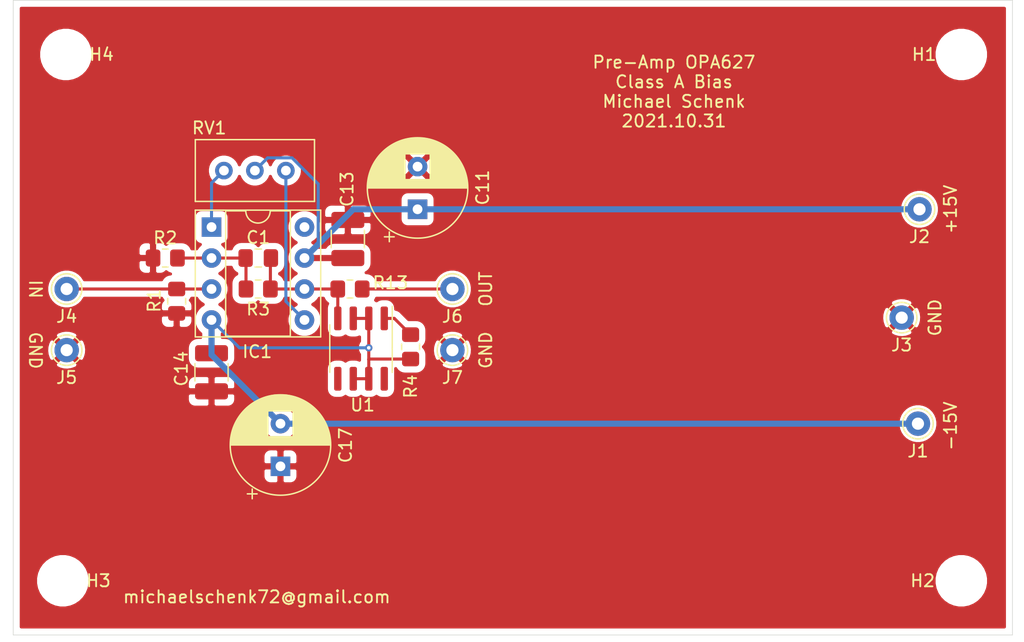
<source format=kicad_pcb>
(kicad_pcb (version 20171130) (host pcbnew "(5.1.10-0-10_14)")

  (general
    (thickness 1.6)
    (drawings 14)
    (tracks 41)
    (zones 0)
    (modules 24)
    (nets 11)
  )

  (page A4)
  (layers
    (0 F.Cu signal)
    (31 B.Cu signal)
    (32 B.Adhes user)
    (33 F.Adhes user)
    (34 B.Paste user)
    (35 F.Paste user)
    (36 B.SilkS user)
    (37 F.SilkS user)
    (38 B.Mask user)
    (39 F.Mask user)
    (40 Dwgs.User user)
    (41 Cmts.User user)
    (42 Eco1.User user)
    (43 Eco2.User user)
    (44 Edge.Cuts user)
    (45 Margin user)
    (46 B.CrtYd user)
    (47 F.CrtYd user)
    (48 B.Fab user)
    (49 F.Fab user)
  )

  (setup
    (last_trace_width 0.25)
    (user_trace_width 0.25)
    (user_trace_width 0.5)
    (trace_clearance 0.2)
    (zone_clearance 0.508)
    (zone_45_only no)
    (trace_min 0.2)
    (via_size 0.8)
    (via_drill 0.4)
    (via_min_size 0.4)
    (via_min_drill 0.3)
    (user_via 0.6 0.3)
    (uvia_size 0.3)
    (uvia_drill 0.1)
    (uvias_allowed no)
    (uvia_min_size 0.2)
    (uvia_min_drill 0.1)
    (edge_width 0.05)
    (segment_width 0.2)
    (pcb_text_width 0.3)
    (pcb_text_size 1.5 1.5)
    (mod_edge_width 0.12)
    (mod_text_size 1 1)
    (mod_text_width 0.15)
    (pad_size 1.524 1.524)
    (pad_drill 0.762)
    (pad_to_mask_clearance 0)
    (aux_axis_origin 0 0)
    (visible_elements FFFFFF7F)
    (pcbplotparams
      (layerselection 0x010f0_ffffffff)
      (usegerberextensions false)
      (usegerberattributes false)
      (usegerberadvancedattributes false)
      (creategerberjobfile false)
      (excludeedgelayer true)
      (linewidth 0.100000)
      (plotframeref false)
      (viasonmask false)
      (mode 1)
      (useauxorigin false)
      (hpglpennumber 1)
      (hpglpenspeed 20)
      (hpglpendiameter 15.000000)
      (psnegative false)
      (psa4output false)
      (plotreference true)
      (plotvalue false)
      (plotinvisibletext false)
      (padsonsilk true)
      (subtractmaskfromsilk false)
      (outputformat 1)
      (mirror false)
      (drillshape 0)
      (scaleselection 1)
      (outputdirectory "gerber/"))
  )

  (net 0 "")
  (net 1 GND)
  (net 2 +15V)
  (net 3 -15V)
  (net 4 "Net-(C1-Pad2)")
  (net 5 "Net-(C1-Pad1)")
  (net 6 "Net-(IC1-Pad3)")
  (net 7 "Net-(IC1-Pad5)")
  (net 8 "Net-(IC1-Pad1)")
  (net 9 "Net-(J6-Pad1)")
  (net 10 "Net-(R4-Pad1)")

  (net_class Default "This is the default net class."
    (clearance 0.2)
    (trace_width 0.25)
    (via_dia 0.8)
    (via_drill 0.4)
    (uvia_dia 0.3)
    (uvia_drill 0.1)
    (add_net "Net-(C1-Pad1)")
    (add_net "Net-(C1-Pad2)")
    (add_net "Net-(IC1-Pad1)")
    (add_net "Net-(IC1-Pad3)")
    (add_net "Net-(IC1-Pad5)")
    (add_net "Net-(J6-Pad1)")
    (add_net "Net-(R4-Pad1)")
  )

  (net_class Power ""
    (clearance 0.2)
    (trace_width 0.5)
    (via_dia 0.8)
    (via_drill 0.4)
    (uvia_dia 0.3)
    (uvia_drill 0.1)
    (add_net +15V)
    (add_net -15V)
    (add_net GND)
  )

  (module Resistor_SMD:R_0805_2012Metric_Pad1.20x1.40mm_HandSolder (layer F.Cu) (tedit 5F68FEEE) (tstamp 617E98F0)
    (at 154.4955 124.317 270)
    (descr "Resistor SMD 0805 (2012 Metric), square (rectangular) end terminal, IPC_7351 nominal with elongated pad for handsoldering. (Body size source: IPC-SM-782 page 72, https://www.pcb-3d.com/wordpress/wp-content/uploads/ipc-sm-782a_amendment_1_and_2.pdf), generated with kicad-footprint-generator")
    (tags "resistor handsolder")
    (path /618005D0)
    (attr smd)
    (fp_text reference R4 (at 3.2545 0 90) (layer F.SilkS)
      (effects (font (size 1 1) (thickness 0.15)))
    )
    (fp_text value 33.2R (at 0 1.65 90) (layer F.Fab)
      (effects (font (size 1 1) (thickness 0.15)))
    )
    (fp_line (start -1 0.625) (end -1 -0.625) (layer F.Fab) (width 0.1))
    (fp_line (start -1 -0.625) (end 1 -0.625) (layer F.Fab) (width 0.1))
    (fp_line (start 1 -0.625) (end 1 0.625) (layer F.Fab) (width 0.1))
    (fp_line (start 1 0.625) (end -1 0.625) (layer F.Fab) (width 0.1))
    (fp_line (start -0.227064 -0.735) (end 0.227064 -0.735) (layer F.SilkS) (width 0.12))
    (fp_line (start -0.227064 0.735) (end 0.227064 0.735) (layer F.SilkS) (width 0.12))
    (fp_line (start -1.85 0.95) (end -1.85 -0.95) (layer F.CrtYd) (width 0.05))
    (fp_line (start -1.85 -0.95) (end 1.85 -0.95) (layer F.CrtYd) (width 0.05))
    (fp_line (start 1.85 -0.95) (end 1.85 0.95) (layer F.CrtYd) (width 0.05))
    (fp_line (start 1.85 0.95) (end -1.85 0.95) (layer F.CrtYd) (width 0.05))
    (fp_text user %R (at 0 0 90) (layer F.Fab)
      (effects (font (size 0.5 0.5) (thickness 0.08)))
    )
    (pad 2 smd roundrect (at 1 0 270) (size 1.2 1.4) (layers F.Cu F.Paste F.Mask) (roundrect_rratio 0.2083325)
      (net 3 -15V))
    (pad 1 smd roundrect (at -1 0 270) (size 1.2 1.4) (layers F.Cu F.Paste F.Mask) (roundrect_rratio 0.2083325)
      (net 10 "Net-(R4-Pad1)"))
    (model ${KISYS3DMOD}/Resistor_SMD.3dshapes/R_0805_2012Metric.wrl
      (at (xyz 0 0 0))
      (scale (xyz 1 1 1))
      (rotate (xyz 0 0 0))
    )
  )

  (module Package_SO:SOIC-8_3.9x4.9mm_P1.27mm (layer F.Cu) (tedit 5D9F72B1) (tstamp 617E9941)
    (at 150.4315 124.4585 270)
    (descr "SOIC, 8 Pin (JEDEC MS-012AA, https://www.analog.com/media/en/package-pcb-resources/package/pkg_pdf/soic_narrow-r/r_8.pdf), generated with kicad-footprint-generator ipc_gullwing_generator.py")
    (tags "SOIC SO")
    (path /618005CA)
    (attr smd)
    (fp_text reference U1 (at 4.637 -0.127 180) (layer F.SilkS)
      (effects (font (size 1 1) (thickness 0.15)))
    )
    (fp_text value LM334M (at 0 3.4 90) (layer F.Fab)
      (effects (font (size 1 1) (thickness 0.15)))
    )
    (fp_line (start 0 2.56) (end 1.95 2.56) (layer F.SilkS) (width 0.12))
    (fp_line (start 0 2.56) (end -1.95 2.56) (layer F.SilkS) (width 0.12))
    (fp_line (start 0 -2.56) (end 1.95 -2.56) (layer F.SilkS) (width 0.12))
    (fp_line (start 0 -2.56) (end -3.45 -2.56) (layer F.SilkS) (width 0.12))
    (fp_line (start -0.975 -2.45) (end 1.95 -2.45) (layer F.Fab) (width 0.1))
    (fp_line (start 1.95 -2.45) (end 1.95 2.45) (layer F.Fab) (width 0.1))
    (fp_line (start 1.95 2.45) (end -1.95 2.45) (layer F.Fab) (width 0.1))
    (fp_line (start -1.95 2.45) (end -1.95 -1.475) (layer F.Fab) (width 0.1))
    (fp_line (start -1.95 -1.475) (end -0.975 -2.45) (layer F.Fab) (width 0.1))
    (fp_line (start -3.7 -2.7) (end -3.7 2.7) (layer F.CrtYd) (width 0.05))
    (fp_line (start -3.7 2.7) (end 3.7 2.7) (layer F.CrtYd) (width 0.05))
    (fp_line (start 3.7 2.7) (end 3.7 -2.7) (layer F.CrtYd) (width 0.05))
    (fp_line (start 3.7 -2.7) (end -3.7 -2.7) (layer F.CrtYd) (width 0.05))
    (fp_text user %R (at 0 0 90) (layer F.Fab)
      (effects (font (size 0.98 0.98) (thickness 0.15)))
    )
    (pad 8 smd roundrect (at 2.475 -1.905 270) (size 1.95 0.6) (layers F.Cu F.Paste F.Mask) (roundrect_rratio 0.25))
    (pad 7 smd roundrect (at 2.475 -0.635 270) (size 1.95 0.6) (layers F.Cu F.Paste F.Mask) (roundrect_rratio 0.25)
      (net 3 -15V))
    (pad 6 smd roundrect (at 2.475 0.635 270) (size 1.95 0.6) (layers F.Cu F.Paste F.Mask) (roundrect_rratio 0.25)
      (net 3 -15V))
    (pad 5 smd roundrect (at 2.475 1.905 270) (size 1.95 0.6) (layers F.Cu F.Paste F.Mask) (roundrect_rratio 0.25))
    (pad 4 smd roundrect (at -2.475 1.905 270) (size 1.95 0.6) (layers F.Cu F.Paste F.Mask) (roundrect_rratio 0.25)
      (net 4 "Net-(C1-Pad2)"))
    (pad 3 smd roundrect (at -2.475 0.635 270) (size 1.95 0.6) (layers F.Cu F.Paste F.Mask) (roundrect_rratio 0.25)
      (net 3 -15V))
    (pad 2 smd roundrect (at -2.475 -0.635 270) (size 1.95 0.6) (layers F.Cu F.Paste F.Mask) (roundrect_rratio 0.25)
      (net 3 -15V))
    (pad 1 smd roundrect (at -2.475 -1.905 270) (size 1.95 0.6) (layers F.Cu F.Paste F.Mask) (roundrect_rratio 0.25)
      (net 10 "Net-(R4-Pad1)"))
    (model ${KISYS3DMOD}/Package_SO.3dshapes/SOIC-8_3.9x4.9mm_P1.27mm.wrl
      (at (xyz 0 0 0))
      (scale (xyz 1 1 1))
      (rotate (xyz 0 0 0))
    )
  )

  (module Potentiometer_THT:Potentiometer_Bourns_3296W_Vertical (layer F.Cu) (tedit 5A3D4994) (tstamp 617EC9E0)
    (at 139.192 109.855 180)
    (descr "Potentiometer, vertical, Bourns 3296W, https://www.bourns.com/pdfs/3296.pdf")
    (tags "Potentiometer vertical Bourns 3296W")
    (path /617FE166)
    (fp_text reference RV1 (at 1.2065 3.4925) (layer F.SilkS)
      (effects (font (size 1 1) (thickness 0.15)))
    )
    (fp_text value 100k (at -2.54 3.67) (layer F.Fab)
      (effects (font (size 1 1) (thickness 0.15)))
    )
    (fp_circle (center 0.955 1.15) (end 2.05 1.15) (layer F.Fab) (width 0.1))
    (fp_line (start -7.305 -2.41) (end -7.305 2.42) (layer F.Fab) (width 0.1))
    (fp_line (start -7.305 2.42) (end 2.225 2.42) (layer F.Fab) (width 0.1))
    (fp_line (start 2.225 2.42) (end 2.225 -2.41) (layer F.Fab) (width 0.1))
    (fp_line (start 2.225 -2.41) (end -7.305 -2.41) (layer F.Fab) (width 0.1))
    (fp_line (start 0.955 2.235) (end 0.956 0.066) (layer F.Fab) (width 0.1))
    (fp_line (start 0.955 2.235) (end 0.956 0.066) (layer F.Fab) (width 0.1))
    (fp_line (start -7.425 -2.53) (end 2.345 -2.53) (layer F.SilkS) (width 0.12))
    (fp_line (start -7.425 2.54) (end 2.345 2.54) (layer F.SilkS) (width 0.12))
    (fp_line (start -7.425 -2.53) (end -7.425 2.54) (layer F.SilkS) (width 0.12))
    (fp_line (start 2.345 -2.53) (end 2.345 2.54) (layer F.SilkS) (width 0.12))
    (fp_line (start -7.6 -2.7) (end -7.6 2.7) (layer F.CrtYd) (width 0.05))
    (fp_line (start -7.6 2.7) (end 2.5 2.7) (layer F.CrtYd) (width 0.05))
    (fp_line (start 2.5 2.7) (end 2.5 -2.7) (layer F.CrtYd) (width 0.05))
    (fp_line (start 2.5 -2.7) (end -7.6 -2.7) (layer F.CrtYd) (width 0.05))
    (fp_text user %R (at -3.175 0.005) (layer F.Fab)
      (effects (font (size 1 1) (thickness 0.15)))
    )
    (pad 3 thru_hole circle (at -5.08 0 180) (size 1.44 1.44) (drill 0.8) (layers *.Cu *.Mask)
      (net 7 "Net-(IC1-Pad5)"))
    (pad 2 thru_hole circle (at -2.54 0 180) (size 1.44 1.44) (drill 0.8) (layers *.Cu *.Mask)
      (net 2 +15V))
    (pad 1 thru_hole circle (at 0 0 180) (size 1.44 1.44) (drill 0.8) (layers *.Cu *.Mask)
      (net 8 "Net-(IC1-Pad1)"))
    (model ${KISYS3DMOD}/Potentiometer_THT.3dshapes/Potentiometer_Bourns_3296W_Vertical.wrl
      (at (xyz 0 0 0))
      (scale (xyz 1 1 1))
      (rotate (xyz 0 0 0))
    )
  )

  (module Resistor_SMD:R_0805_2012Metric_Pad1.20x1.40mm_HandSolder (layer F.Cu) (tedit 5F68FEEE) (tstamp 617E98DF)
    (at 142.002 119.5705 180)
    (descr "Resistor SMD 0805 (2012 Metric), square (rectangular) end terminal, IPC_7351 nominal with elongated pad for handsoldering. (Body size source: IPC-SM-782 page 72, https://www.pcb-3d.com/wordpress/wp-content/uploads/ipc-sm-782a_amendment_1_and_2.pdf), generated with kicad-footprint-generator")
    (tags "resistor handsolder")
    (path /61809CBE)
    (attr smd)
    (fp_text reference R3 (at 0 -1.65) (layer F.SilkS)
      (effects (font (size 1 1) (thickness 0.15)))
    )
    (fp_text value 1k (at 0 1.65) (layer F.Fab)
      (effects (font (size 1 1) (thickness 0.15)))
    )
    (fp_line (start -1 0.625) (end -1 -0.625) (layer F.Fab) (width 0.1))
    (fp_line (start -1 -0.625) (end 1 -0.625) (layer F.Fab) (width 0.1))
    (fp_line (start 1 -0.625) (end 1 0.625) (layer F.Fab) (width 0.1))
    (fp_line (start 1 0.625) (end -1 0.625) (layer F.Fab) (width 0.1))
    (fp_line (start -0.227064 -0.735) (end 0.227064 -0.735) (layer F.SilkS) (width 0.12))
    (fp_line (start -0.227064 0.735) (end 0.227064 0.735) (layer F.SilkS) (width 0.12))
    (fp_line (start -1.85 0.95) (end -1.85 -0.95) (layer F.CrtYd) (width 0.05))
    (fp_line (start -1.85 -0.95) (end 1.85 -0.95) (layer F.CrtYd) (width 0.05))
    (fp_line (start 1.85 -0.95) (end 1.85 0.95) (layer F.CrtYd) (width 0.05))
    (fp_line (start 1.85 0.95) (end -1.85 0.95) (layer F.CrtYd) (width 0.05))
    (fp_text user %R (at 0 0) (layer F.Fab)
      (effects (font (size 0.5 0.5) (thickness 0.08)))
    )
    (pad 2 smd roundrect (at 1 0 180) (size 1.2 1.4) (layers F.Cu F.Paste F.Mask) (roundrect_rratio 0.2083325)
      (net 5 "Net-(C1-Pad1)"))
    (pad 1 smd roundrect (at -1 0 180) (size 1.2 1.4) (layers F.Cu F.Paste F.Mask) (roundrect_rratio 0.2083325)
      (net 4 "Net-(C1-Pad2)"))
    (model ${KISYS3DMOD}/Resistor_SMD.3dshapes/R_0805_2012Metric.wrl
      (at (xyz 0 0 0))
      (scale (xyz 1 1 1))
      (rotate (xyz 0 0 0))
    )
  )

  (module Resistor_SMD:R_0805_2012Metric_Pad1.20x1.40mm_HandSolder (layer F.Cu) (tedit 5F68FEEE) (tstamp 617E98CE)
    (at 134.382 117.0305)
    (descr "Resistor SMD 0805 (2012 Metric), square (rectangular) end terminal, IPC_7351 nominal with elongated pad for handsoldering. (Body size source: IPC-SM-782 page 72, https://www.pcb-3d.com/wordpress/wp-content/uploads/ipc-sm-782a_amendment_1_and_2.pdf), generated with kicad-footprint-generator")
    (tags "resistor handsolder")
    (path /6180A856)
    (attr smd)
    (fp_text reference R2 (at 0 -1.65) (layer F.SilkS)
      (effects (font (size 1 1) (thickness 0.15)))
    )
    (fp_text value 1k (at 0 1.65) (layer F.Fab)
      (effects (font (size 1 1) (thickness 0.15)))
    )
    (fp_line (start -1 0.625) (end -1 -0.625) (layer F.Fab) (width 0.1))
    (fp_line (start -1 -0.625) (end 1 -0.625) (layer F.Fab) (width 0.1))
    (fp_line (start 1 -0.625) (end 1 0.625) (layer F.Fab) (width 0.1))
    (fp_line (start 1 0.625) (end -1 0.625) (layer F.Fab) (width 0.1))
    (fp_line (start -0.227064 -0.735) (end 0.227064 -0.735) (layer F.SilkS) (width 0.12))
    (fp_line (start -0.227064 0.735) (end 0.227064 0.735) (layer F.SilkS) (width 0.12))
    (fp_line (start -1.85 0.95) (end -1.85 -0.95) (layer F.CrtYd) (width 0.05))
    (fp_line (start -1.85 -0.95) (end 1.85 -0.95) (layer F.CrtYd) (width 0.05))
    (fp_line (start 1.85 -0.95) (end 1.85 0.95) (layer F.CrtYd) (width 0.05))
    (fp_line (start 1.85 0.95) (end -1.85 0.95) (layer F.CrtYd) (width 0.05))
    (fp_text user %R (at 0 0) (layer F.Fab)
      (effects (font (size 0.5 0.5) (thickness 0.08)))
    )
    (pad 2 smd roundrect (at 1 0) (size 1.2 1.4) (layers F.Cu F.Paste F.Mask) (roundrect_rratio 0.2083325)
      (net 5 "Net-(C1-Pad1)"))
    (pad 1 smd roundrect (at -1 0) (size 1.2 1.4) (layers F.Cu F.Paste F.Mask) (roundrect_rratio 0.2083325)
      (net 1 GND))
    (model ${KISYS3DMOD}/Resistor_SMD.3dshapes/R_0805_2012Metric.wrl
      (at (xyz 0 0 0))
      (scale (xyz 1 1 1))
      (rotate (xyz 0 0 0))
    )
  )

  (module Package_DIP:DIP-8_W7.62mm_Socket (layer F.Cu) (tedit 5A02E8C5) (tstamp 617E981F)
    (at 138.176 114.4905)
    (descr "8-lead though-hole mounted DIP package, row spacing 7.62 mm (300 mils), Socket")
    (tags "THT DIP DIL PDIP 2.54mm 7.62mm 300mil Socket")
    (path /617EF64C)
    (fp_text reference IC1 (at 3.7465 10.2235) (layer F.SilkS)
      (effects (font (size 1 1) (thickness 0.15)))
    )
    (fp_text value OPA627AM (at 3.81 9.95) (layer F.Fab)
      (effects (font (size 1 1) (thickness 0.15)))
    )
    (fp_line (start 1.635 -1.27) (end 6.985 -1.27) (layer F.Fab) (width 0.1))
    (fp_line (start 6.985 -1.27) (end 6.985 8.89) (layer F.Fab) (width 0.1))
    (fp_line (start 6.985 8.89) (end 0.635 8.89) (layer F.Fab) (width 0.1))
    (fp_line (start 0.635 8.89) (end 0.635 -0.27) (layer F.Fab) (width 0.1))
    (fp_line (start 0.635 -0.27) (end 1.635 -1.27) (layer F.Fab) (width 0.1))
    (fp_line (start -1.27 -1.33) (end -1.27 8.95) (layer F.Fab) (width 0.1))
    (fp_line (start -1.27 8.95) (end 8.89 8.95) (layer F.Fab) (width 0.1))
    (fp_line (start 8.89 8.95) (end 8.89 -1.33) (layer F.Fab) (width 0.1))
    (fp_line (start 8.89 -1.33) (end -1.27 -1.33) (layer F.Fab) (width 0.1))
    (fp_line (start 2.81 -1.33) (end 1.16 -1.33) (layer F.SilkS) (width 0.12))
    (fp_line (start 1.16 -1.33) (end 1.16 8.95) (layer F.SilkS) (width 0.12))
    (fp_line (start 1.16 8.95) (end 6.46 8.95) (layer F.SilkS) (width 0.12))
    (fp_line (start 6.46 8.95) (end 6.46 -1.33) (layer F.SilkS) (width 0.12))
    (fp_line (start 6.46 -1.33) (end 4.81 -1.33) (layer F.SilkS) (width 0.12))
    (fp_line (start -1.33 -1.39) (end -1.33 9.01) (layer F.SilkS) (width 0.12))
    (fp_line (start -1.33 9.01) (end 8.95 9.01) (layer F.SilkS) (width 0.12))
    (fp_line (start 8.95 9.01) (end 8.95 -1.39) (layer F.SilkS) (width 0.12))
    (fp_line (start 8.95 -1.39) (end -1.33 -1.39) (layer F.SilkS) (width 0.12))
    (fp_line (start -1.55 -1.6) (end -1.55 9.2) (layer F.CrtYd) (width 0.05))
    (fp_line (start -1.55 9.2) (end 9.15 9.2) (layer F.CrtYd) (width 0.05))
    (fp_line (start 9.15 9.2) (end 9.15 -1.6) (layer F.CrtYd) (width 0.05))
    (fp_line (start 9.15 -1.6) (end -1.55 -1.6) (layer F.CrtYd) (width 0.05))
    (fp_text user %R (at 3.81 3.81) (layer F.Fab)
      (effects (font (size 1 1) (thickness 0.15)))
    )
    (fp_arc (start 3.81 -1.33) (end 2.81 -1.33) (angle -180) (layer F.SilkS) (width 0.12))
    (pad 8 thru_hole oval (at 7.62 0) (size 1.6 1.6) (drill 0.8) (layers *.Cu *.Mask))
    (pad 4 thru_hole oval (at 0 7.62) (size 1.6 1.6) (drill 0.8) (layers *.Cu *.Mask)
      (net 3 -15V))
    (pad 7 thru_hole oval (at 7.62 2.54) (size 1.6 1.6) (drill 0.8) (layers *.Cu *.Mask)
      (net 2 +15V))
    (pad 3 thru_hole oval (at 0 5.08) (size 1.6 1.6) (drill 0.8) (layers *.Cu *.Mask)
      (net 6 "Net-(IC1-Pad3)"))
    (pad 6 thru_hole oval (at 7.62 5.08) (size 1.6 1.6) (drill 0.8) (layers *.Cu *.Mask)
      (net 4 "Net-(C1-Pad2)"))
    (pad 2 thru_hole oval (at 0 2.54) (size 1.6 1.6) (drill 0.8) (layers *.Cu *.Mask)
      (net 5 "Net-(C1-Pad1)"))
    (pad 5 thru_hole oval (at 7.62 7.62) (size 1.6 1.6) (drill 0.8) (layers *.Cu *.Mask)
      (net 7 "Net-(IC1-Pad5)"))
    (pad 1 thru_hole rect (at 0 0) (size 1.6 1.6) (drill 0.8) (layers *.Cu *.Mask)
      (net 8 "Net-(IC1-Pad1)"))
    (model ${KISYS3DMOD}/Package_DIP.3dshapes/DIP-8_W7.62mm_Socket.wrl
      (at (xyz 0 0 0))
      (scale (xyz 1 1 1))
      (rotate (xyz 0 0 0))
    )
  )

  (module Capacitor_SMD:C_0805_2012Metric_Pad1.18x1.45mm_HandSolder (layer F.Cu) (tedit 5F68FEEF) (tstamp 617E94EF)
    (at 142.0075 117.0305)
    (descr "Capacitor SMD 0805 (2012 Metric), square (rectangular) end terminal, IPC_7351 nominal with elongated pad for handsoldering. (Body size source: IPC-SM-782 page 76, https://www.pcb-3d.com/wordpress/wp-content/uploads/ipc-sm-782a_amendment_1_and_2.pdf, https://docs.google.com/spreadsheets/d/1BsfQQcO9C6DZCsRaXUlFlo91Tg2WpOkGARC1WS5S8t0/edit?usp=sharing), generated with kicad-footprint-generator")
    (tags "capacitor handsolder")
    (path /6180BE4F)
    (attr smd)
    (fp_text reference C1 (at 0 -1.68) (layer F.SilkS)
      (effects (font (size 1 1) (thickness 0.15)))
    )
    (fp_text value xpF (at 0 1.68) (layer F.Fab)
      (effects (font (size 1 1) (thickness 0.15)))
    )
    (fp_line (start -1 0.625) (end -1 -0.625) (layer F.Fab) (width 0.1))
    (fp_line (start -1 -0.625) (end 1 -0.625) (layer F.Fab) (width 0.1))
    (fp_line (start 1 -0.625) (end 1 0.625) (layer F.Fab) (width 0.1))
    (fp_line (start 1 0.625) (end -1 0.625) (layer F.Fab) (width 0.1))
    (fp_line (start -0.261252 -0.735) (end 0.261252 -0.735) (layer F.SilkS) (width 0.12))
    (fp_line (start -0.261252 0.735) (end 0.261252 0.735) (layer F.SilkS) (width 0.12))
    (fp_line (start -1.88 0.98) (end -1.88 -0.98) (layer F.CrtYd) (width 0.05))
    (fp_line (start -1.88 -0.98) (end 1.88 -0.98) (layer F.CrtYd) (width 0.05))
    (fp_line (start 1.88 -0.98) (end 1.88 0.98) (layer F.CrtYd) (width 0.05))
    (fp_line (start 1.88 0.98) (end -1.88 0.98) (layer F.CrtYd) (width 0.05))
    (fp_text user %R (at 0 0) (layer F.Fab)
      (effects (font (size 0.5 0.5) (thickness 0.08)))
    )
    (pad 2 smd roundrect (at 1.0375 0) (size 1.175 1.45) (layers F.Cu F.Paste F.Mask) (roundrect_rratio 0.2127659574468085)
      (net 4 "Net-(C1-Pad2)"))
    (pad 1 smd roundrect (at -1.0375 0) (size 1.175 1.45) (layers F.Cu F.Paste F.Mask) (roundrect_rratio 0.2127659574468085)
      (net 5 "Net-(C1-Pad1)"))
    (model ${KISYS3DMOD}/Capacitor_SMD.3dshapes/C_0805_2012Metric.wrl
      (at (xyz 0 0 0))
      (scale (xyz 1 1 1))
      (rotate (xyz 0 0 0))
    )
  )

  (module Capacitor_THT:CP_Radial_D8.0mm_P3.50mm (layer F.Cu) (tedit 5AE50EF0) (tstamp 61027EFB)
    (at 143.8275 134.1195 90)
    (descr "CP, Radial series, Radial, pin pitch=3.50mm, , diameter=8mm, Electrolytic Capacitor")
    (tags "CP Radial series Radial pin pitch 3.50mm  diameter 8mm Electrolytic Capacitor")
    (path /612D6976)
    (fp_text reference C17 (at 1.722 5.334 90) (layer F.SilkS)
      (effects (font (size 1 1) (thickness 0.15)))
    )
    (fp_text value 220uF/25V (at 1.75 5.25 90) (layer F.Fab)
      (effects (font (size 1 1) (thickness 0.15)))
    )
    (fp_line (start -2.259698 -2.715) (end -2.259698 -1.915) (layer F.SilkS) (width 0.12))
    (fp_line (start -2.659698 -2.315) (end -1.859698 -2.315) (layer F.SilkS) (width 0.12))
    (fp_line (start 5.831 -0.533) (end 5.831 0.533) (layer F.SilkS) (width 0.12))
    (fp_line (start 5.791 -0.768) (end 5.791 0.768) (layer F.SilkS) (width 0.12))
    (fp_line (start 5.751 -0.948) (end 5.751 0.948) (layer F.SilkS) (width 0.12))
    (fp_line (start 5.711 -1.098) (end 5.711 1.098) (layer F.SilkS) (width 0.12))
    (fp_line (start 5.671 -1.229) (end 5.671 1.229) (layer F.SilkS) (width 0.12))
    (fp_line (start 5.631 -1.346) (end 5.631 1.346) (layer F.SilkS) (width 0.12))
    (fp_line (start 5.591 -1.453) (end 5.591 1.453) (layer F.SilkS) (width 0.12))
    (fp_line (start 5.551 -1.552) (end 5.551 1.552) (layer F.SilkS) (width 0.12))
    (fp_line (start 5.511 -1.645) (end 5.511 1.645) (layer F.SilkS) (width 0.12))
    (fp_line (start 5.471 -1.731) (end 5.471 1.731) (layer F.SilkS) (width 0.12))
    (fp_line (start 5.431 -1.813) (end 5.431 1.813) (layer F.SilkS) (width 0.12))
    (fp_line (start 5.391 -1.89) (end 5.391 1.89) (layer F.SilkS) (width 0.12))
    (fp_line (start 5.351 -1.964) (end 5.351 1.964) (layer F.SilkS) (width 0.12))
    (fp_line (start 5.311 -2.034) (end 5.311 2.034) (layer F.SilkS) (width 0.12))
    (fp_line (start 5.271 -2.102) (end 5.271 2.102) (layer F.SilkS) (width 0.12))
    (fp_line (start 5.231 -2.166) (end 5.231 2.166) (layer F.SilkS) (width 0.12))
    (fp_line (start 5.191 -2.228) (end 5.191 2.228) (layer F.SilkS) (width 0.12))
    (fp_line (start 5.151 -2.287) (end 5.151 2.287) (layer F.SilkS) (width 0.12))
    (fp_line (start 5.111 -2.345) (end 5.111 2.345) (layer F.SilkS) (width 0.12))
    (fp_line (start 5.071 -2.4) (end 5.071 2.4) (layer F.SilkS) (width 0.12))
    (fp_line (start 5.031 -2.454) (end 5.031 2.454) (layer F.SilkS) (width 0.12))
    (fp_line (start 4.991 -2.505) (end 4.991 2.505) (layer F.SilkS) (width 0.12))
    (fp_line (start 4.951 -2.556) (end 4.951 2.556) (layer F.SilkS) (width 0.12))
    (fp_line (start 4.911 -2.604) (end 4.911 2.604) (layer F.SilkS) (width 0.12))
    (fp_line (start 4.871 -2.651) (end 4.871 2.651) (layer F.SilkS) (width 0.12))
    (fp_line (start 4.831 -2.697) (end 4.831 2.697) (layer F.SilkS) (width 0.12))
    (fp_line (start 4.791 -2.741) (end 4.791 2.741) (layer F.SilkS) (width 0.12))
    (fp_line (start 4.751 -2.784) (end 4.751 2.784) (layer F.SilkS) (width 0.12))
    (fp_line (start 4.711 -2.826) (end 4.711 2.826) (layer F.SilkS) (width 0.12))
    (fp_line (start 4.671 -2.867) (end 4.671 2.867) (layer F.SilkS) (width 0.12))
    (fp_line (start 4.631 -2.907) (end 4.631 2.907) (layer F.SilkS) (width 0.12))
    (fp_line (start 4.591 -2.945) (end 4.591 2.945) (layer F.SilkS) (width 0.12))
    (fp_line (start 4.551 -2.983) (end 4.551 2.983) (layer F.SilkS) (width 0.12))
    (fp_line (start 4.511 1.04) (end 4.511 3.019) (layer F.SilkS) (width 0.12))
    (fp_line (start 4.511 -3.019) (end 4.511 -1.04) (layer F.SilkS) (width 0.12))
    (fp_line (start 4.471 1.04) (end 4.471 3.055) (layer F.SilkS) (width 0.12))
    (fp_line (start 4.471 -3.055) (end 4.471 -1.04) (layer F.SilkS) (width 0.12))
    (fp_line (start 4.431 1.04) (end 4.431 3.09) (layer F.SilkS) (width 0.12))
    (fp_line (start 4.431 -3.09) (end 4.431 -1.04) (layer F.SilkS) (width 0.12))
    (fp_line (start 4.391 1.04) (end 4.391 3.124) (layer F.SilkS) (width 0.12))
    (fp_line (start 4.391 -3.124) (end 4.391 -1.04) (layer F.SilkS) (width 0.12))
    (fp_line (start 4.351 1.04) (end 4.351 3.156) (layer F.SilkS) (width 0.12))
    (fp_line (start 4.351 -3.156) (end 4.351 -1.04) (layer F.SilkS) (width 0.12))
    (fp_line (start 4.311 1.04) (end 4.311 3.189) (layer F.SilkS) (width 0.12))
    (fp_line (start 4.311 -3.189) (end 4.311 -1.04) (layer F.SilkS) (width 0.12))
    (fp_line (start 4.271 1.04) (end 4.271 3.22) (layer F.SilkS) (width 0.12))
    (fp_line (start 4.271 -3.22) (end 4.271 -1.04) (layer F.SilkS) (width 0.12))
    (fp_line (start 4.231 1.04) (end 4.231 3.25) (layer F.SilkS) (width 0.12))
    (fp_line (start 4.231 -3.25) (end 4.231 -1.04) (layer F.SilkS) (width 0.12))
    (fp_line (start 4.191 1.04) (end 4.191 3.28) (layer F.SilkS) (width 0.12))
    (fp_line (start 4.191 -3.28) (end 4.191 -1.04) (layer F.SilkS) (width 0.12))
    (fp_line (start 4.151 1.04) (end 4.151 3.309) (layer F.SilkS) (width 0.12))
    (fp_line (start 4.151 -3.309) (end 4.151 -1.04) (layer F.SilkS) (width 0.12))
    (fp_line (start 4.111 1.04) (end 4.111 3.338) (layer F.SilkS) (width 0.12))
    (fp_line (start 4.111 -3.338) (end 4.111 -1.04) (layer F.SilkS) (width 0.12))
    (fp_line (start 4.071 1.04) (end 4.071 3.365) (layer F.SilkS) (width 0.12))
    (fp_line (start 4.071 -3.365) (end 4.071 -1.04) (layer F.SilkS) (width 0.12))
    (fp_line (start 4.031 1.04) (end 4.031 3.392) (layer F.SilkS) (width 0.12))
    (fp_line (start 4.031 -3.392) (end 4.031 -1.04) (layer F.SilkS) (width 0.12))
    (fp_line (start 3.991 1.04) (end 3.991 3.418) (layer F.SilkS) (width 0.12))
    (fp_line (start 3.991 -3.418) (end 3.991 -1.04) (layer F.SilkS) (width 0.12))
    (fp_line (start 3.951 1.04) (end 3.951 3.444) (layer F.SilkS) (width 0.12))
    (fp_line (start 3.951 -3.444) (end 3.951 -1.04) (layer F.SilkS) (width 0.12))
    (fp_line (start 3.911 1.04) (end 3.911 3.469) (layer F.SilkS) (width 0.12))
    (fp_line (start 3.911 -3.469) (end 3.911 -1.04) (layer F.SilkS) (width 0.12))
    (fp_line (start 3.871 1.04) (end 3.871 3.493) (layer F.SilkS) (width 0.12))
    (fp_line (start 3.871 -3.493) (end 3.871 -1.04) (layer F.SilkS) (width 0.12))
    (fp_line (start 3.831 1.04) (end 3.831 3.517) (layer F.SilkS) (width 0.12))
    (fp_line (start 3.831 -3.517) (end 3.831 -1.04) (layer F.SilkS) (width 0.12))
    (fp_line (start 3.791 1.04) (end 3.791 3.54) (layer F.SilkS) (width 0.12))
    (fp_line (start 3.791 -3.54) (end 3.791 -1.04) (layer F.SilkS) (width 0.12))
    (fp_line (start 3.751 1.04) (end 3.751 3.562) (layer F.SilkS) (width 0.12))
    (fp_line (start 3.751 -3.562) (end 3.751 -1.04) (layer F.SilkS) (width 0.12))
    (fp_line (start 3.711 1.04) (end 3.711 3.584) (layer F.SilkS) (width 0.12))
    (fp_line (start 3.711 -3.584) (end 3.711 -1.04) (layer F.SilkS) (width 0.12))
    (fp_line (start 3.671 1.04) (end 3.671 3.606) (layer F.SilkS) (width 0.12))
    (fp_line (start 3.671 -3.606) (end 3.671 -1.04) (layer F.SilkS) (width 0.12))
    (fp_line (start 3.631 1.04) (end 3.631 3.627) (layer F.SilkS) (width 0.12))
    (fp_line (start 3.631 -3.627) (end 3.631 -1.04) (layer F.SilkS) (width 0.12))
    (fp_line (start 3.591 1.04) (end 3.591 3.647) (layer F.SilkS) (width 0.12))
    (fp_line (start 3.591 -3.647) (end 3.591 -1.04) (layer F.SilkS) (width 0.12))
    (fp_line (start 3.551 1.04) (end 3.551 3.666) (layer F.SilkS) (width 0.12))
    (fp_line (start 3.551 -3.666) (end 3.551 -1.04) (layer F.SilkS) (width 0.12))
    (fp_line (start 3.511 1.04) (end 3.511 3.686) (layer F.SilkS) (width 0.12))
    (fp_line (start 3.511 -3.686) (end 3.511 -1.04) (layer F.SilkS) (width 0.12))
    (fp_line (start 3.471 1.04) (end 3.471 3.704) (layer F.SilkS) (width 0.12))
    (fp_line (start 3.471 -3.704) (end 3.471 -1.04) (layer F.SilkS) (width 0.12))
    (fp_line (start 3.431 1.04) (end 3.431 3.722) (layer F.SilkS) (width 0.12))
    (fp_line (start 3.431 -3.722) (end 3.431 -1.04) (layer F.SilkS) (width 0.12))
    (fp_line (start 3.391 1.04) (end 3.391 3.74) (layer F.SilkS) (width 0.12))
    (fp_line (start 3.391 -3.74) (end 3.391 -1.04) (layer F.SilkS) (width 0.12))
    (fp_line (start 3.351 1.04) (end 3.351 3.757) (layer F.SilkS) (width 0.12))
    (fp_line (start 3.351 -3.757) (end 3.351 -1.04) (layer F.SilkS) (width 0.12))
    (fp_line (start 3.311 1.04) (end 3.311 3.774) (layer F.SilkS) (width 0.12))
    (fp_line (start 3.311 -3.774) (end 3.311 -1.04) (layer F.SilkS) (width 0.12))
    (fp_line (start 3.271 1.04) (end 3.271 3.79) (layer F.SilkS) (width 0.12))
    (fp_line (start 3.271 -3.79) (end 3.271 -1.04) (layer F.SilkS) (width 0.12))
    (fp_line (start 3.231 1.04) (end 3.231 3.805) (layer F.SilkS) (width 0.12))
    (fp_line (start 3.231 -3.805) (end 3.231 -1.04) (layer F.SilkS) (width 0.12))
    (fp_line (start 3.191 1.04) (end 3.191 3.821) (layer F.SilkS) (width 0.12))
    (fp_line (start 3.191 -3.821) (end 3.191 -1.04) (layer F.SilkS) (width 0.12))
    (fp_line (start 3.151 1.04) (end 3.151 3.835) (layer F.SilkS) (width 0.12))
    (fp_line (start 3.151 -3.835) (end 3.151 -1.04) (layer F.SilkS) (width 0.12))
    (fp_line (start 3.111 1.04) (end 3.111 3.85) (layer F.SilkS) (width 0.12))
    (fp_line (start 3.111 -3.85) (end 3.111 -1.04) (layer F.SilkS) (width 0.12))
    (fp_line (start 3.071 1.04) (end 3.071 3.863) (layer F.SilkS) (width 0.12))
    (fp_line (start 3.071 -3.863) (end 3.071 -1.04) (layer F.SilkS) (width 0.12))
    (fp_line (start 3.031 1.04) (end 3.031 3.877) (layer F.SilkS) (width 0.12))
    (fp_line (start 3.031 -3.877) (end 3.031 -1.04) (layer F.SilkS) (width 0.12))
    (fp_line (start 2.991 1.04) (end 2.991 3.889) (layer F.SilkS) (width 0.12))
    (fp_line (start 2.991 -3.889) (end 2.991 -1.04) (layer F.SilkS) (width 0.12))
    (fp_line (start 2.951 1.04) (end 2.951 3.902) (layer F.SilkS) (width 0.12))
    (fp_line (start 2.951 -3.902) (end 2.951 -1.04) (layer F.SilkS) (width 0.12))
    (fp_line (start 2.911 1.04) (end 2.911 3.914) (layer F.SilkS) (width 0.12))
    (fp_line (start 2.911 -3.914) (end 2.911 -1.04) (layer F.SilkS) (width 0.12))
    (fp_line (start 2.871 1.04) (end 2.871 3.925) (layer F.SilkS) (width 0.12))
    (fp_line (start 2.871 -3.925) (end 2.871 -1.04) (layer F.SilkS) (width 0.12))
    (fp_line (start 2.831 1.04) (end 2.831 3.936) (layer F.SilkS) (width 0.12))
    (fp_line (start 2.831 -3.936) (end 2.831 -1.04) (layer F.SilkS) (width 0.12))
    (fp_line (start 2.791 1.04) (end 2.791 3.947) (layer F.SilkS) (width 0.12))
    (fp_line (start 2.791 -3.947) (end 2.791 -1.04) (layer F.SilkS) (width 0.12))
    (fp_line (start 2.751 1.04) (end 2.751 3.957) (layer F.SilkS) (width 0.12))
    (fp_line (start 2.751 -3.957) (end 2.751 -1.04) (layer F.SilkS) (width 0.12))
    (fp_line (start 2.711 1.04) (end 2.711 3.967) (layer F.SilkS) (width 0.12))
    (fp_line (start 2.711 -3.967) (end 2.711 -1.04) (layer F.SilkS) (width 0.12))
    (fp_line (start 2.671 1.04) (end 2.671 3.976) (layer F.SilkS) (width 0.12))
    (fp_line (start 2.671 -3.976) (end 2.671 -1.04) (layer F.SilkS) (width 0.12))
    (fp_line (start 2.631 1.04) (end 2.631 3.985) (layer F.SilkS) (width 0.12))
    (fp_line (start 2.631 -3.985) (end 2.631 -1.04) (layer F.SilkS) (width 0.12))
    (fp_line (start 2.591 1.04) (end 2.591 3.994) (layer F.SilkS) (width 0.12))
    (fp_line (start 2.591 -3.994) (end 2.591 -1.04) (layer F.SilkS) (width 0.12))
    (fp_line (start 2.551 1.04) (end 2.551 4.002) (layer F.SilkS) (width 0.12))
    (fp_line (start 2.551 -4.002) (end 2.551 -1.04) (layer F.SilkS) (width 0.12))
    (fp_line (start 2.511 1.04) (end 2.511 4.01) (layer F.SilkS) (width 0.12))
    (fp_line (start 2.511 -4.01) (end 2.511 -1.04) (layer F.SilkS) (width 0.12))
    (fp_line (start 2.471 1.04) (end 2.471 4.017) (layer F.SilkS) (width 0.12))
    (fp_line (start 2.471 -4.017) (end 2.471 -1.04) (layer F.SilkS) (width 0.12))
    (fp_line (start 2.43 -4.024) (end 2.43 4.024) (layer F.SilkS) (width 0.12))
    (fp_line (start 2.39 -4.03) (end 2.39 4.03) (layer F.SilkS) (width 0.12))
    (fp_line (start 2.35 -4.037) (end 2.35 4.037) (layer F.SilkS) (width 0.12))
    (fp_line (start 2.31 -4.042) (end 2.31 4.042) (layer F.SilkS) (width 0.12))
    (fp_line (start 2.27 -4.048) (end 2.27 4.048) (layer F.SilkS) (width 0.12))
    (fp_line (start 2.23 -4.052) (end 2.23 4.052) (layer F.SilkS) (width 0.12))
    (fp_line (start 2.19 -4.057) (end 2.19 4.057) (layer F.SilkS) (width 0.12))
    (fp_line (start 2.15 -4.061) (end 2.15 4.061) (layer F.SilkS) (width 0.12))
    (fp_line (start 2.11 -4.065) (end 2.11 4.065) (layer F.SilkS) (width 0.12))
    (fp_line (start 2.07 -4.068) (end 2.07 4.068) (layer F.SilkS) (width 0.12))
    (fp_line (start 2.03 -4.071) (end 2.03 4.071) (layer F.SilkS) (width 0.12))
    (fp_line (start 1.99 -4.074) (end 1.99 4.074) (layer F.SilkS) (width 0.12))
    (fp_line (start 1.95 -4.076) (end 1.95 4.076) (layer F.SilkS) (width 0.12))
    (fp_line (start 1.91 -4.077) (end 1.91 4.077) (layer F.SilkS) (width 0.12))
    (fp_line (start 1.87 -4.079) (end 1.87 4.079) (layer F.SilkS) (width 0.12))
    (fp_line (start 1.83 -4.08) (end 1.83 4.08) (layer F.SilkS) (width 0.12))
    (fp_line (start 1.79 -4.08) (end 1.79 4.08) (layer F.SilkS) (width 0.12))
    (fp_line (start 1.75 -4.08) (end 1.75 4.08) (layer F.SilkS) (width 0.12))
    (fp_line (start -1.276759 -2.1475) (end -1.276759 -1.3475) (layer F.Fab) (width 0.1))
    (fp_line (start -1.676759 -1.7475) (end -0.876759 -1.7475) (layer F.Fab) (width 0.1))
    (fp_circle (center 1.75 0) (end 6 0) (layer F.CrtYd) (width 0.05))
    (fp_circle (center 1.75 0) (end 5.87 0) (layer F.SilkS) (width 0.12))
    (fp_circle (center 1.75 0) (end 5.75 0) (layer F.Fab) (width 0.1))
    (fp_text user %R (at 1.75 0 90) (layer F.Fab)
      (effects (font (size 1 1) (thickness 0.15)))
    )
    (pad 2 thru_hole circle (at 3.5 0 90) (size 1.6 1.6) (drill 0.8) (layers *.Cu *.Mask)
      (net 3 -15V))
    (pad 1 thru_hole rect (at 0 0 90) (size 1.6 1.6) (drill 0.8) (layers *.Cu *.Mask)
      (net 1 GND))
    (model ${KISYS3DMOD}/Capacitor_THT.3dshapes/CP_Radial_D8.0mm_P3.50mm.wrl
      (at (xyz 0 0 0))
      (scale (xyz 1 1 1))
      (rotate (xyz 0 0 0))
    )
  )

  (module Capacitor_THT:CP_Radial_D8.0mm_P3.50mm (layer F.Cu) (tedit 5AE50EF0) (tstamp 61027D56)
    (at 155.067 113.03 90)
    (descr "CP, Radial series, Radial, pin pitch=3.50mm, , diameter=8mm, Electrolytic Capacitor")
    (tags "CP Radial series Radial pin pitch 3.50mm  diameter 8mm Electrolytic Capacitor")
    (path /612C9029)
    (fp_text reference C11 (at 1.778 5.334 90) (layer F.SilkS)
      (effects (font (size 1 1) (thickness 0.15)))
    )
    (fp_text value 220uF (at 1.75 5.25 90) (layer F.Fab)
      (effects (font (size 1 1) (thickness 0.15)))
    )
    (fp_line (start -2.259698 -2.715) (end -2.259698 -1.915) (layer F.SilkS) (width 0.12))
    (fp_line (start -2.659698 -2.315) (end -1.859698 -2.315) (layer F.SilkS) (width 0.12))
    (fp_line (start 5.831 -0.533) (end 5.831 0.533) (layer F.SilkS) (width 0.12))
    (fp_line (start 5.791 -0.768) (end 5.791 0.768) (layer F.SilkS) (width 0.12))
    (fp_line (start 5.751 -0.948) (end 5.751 0.948) (layer F.SilkS) (width 0.12))
    (fp_line (start 5.711 -1.098) (end 5.711 1.098) (layer F.SilkS) (width 0.12))
    (fp_line (start 5.671 -1.229) (end 5.671 1.229) (layer F.SilkS) (width 0.12))
    (fp_line (start 5.631 -1.346) (end 5.631 1.346) (layer F.SilkS) (width 0.12))
    (fp_line (start 5.591 -1.453) (end 5.591 1.453) (layer F.SilkS) (width 0.12))
    (fp_line (start 5.551 -1.552) (end 5.551 1.552) (layer F.SilkS) (width 0.12))
    (fp_line (start 5.511 -1.645) (end 5.511 1.645) (layer F.SilkS) (width 0.12))
    (fp_line (start 5.471 -1.731) (end 5.471 1.731) (layer F.SilkS) (width 0.12))
    (fp_line (start 5.431 -1.813) (end 5.431 1.813) (layer F.SilkS) (width 0.12))
    (fp_line (start 5.391 -1.89) (end 5.391 1.89) (layer F.SilkS) (width 0.12))
    (fp_line (start 5.351 -1.964) (end 5.351 1.964) (layer F.SilkS) (width 0.12))
    (fp_line (start 5.311 -2.034) (end 5.311 2.034) (layer F.SilkS) (width 0.12))
    (fp_line (start 5.271 -2.102) (end 5.271 2.102) (layer F.SilkS) (width 0.12))
    (fp_line (start 5.231 -2.166) (end 5.231 2.166) (layer F.SilkS) (width 0.12))
    (fp_line (start 5.191 -2.228) (end 5.191 2.228) (layer F.SilkS) (width 0.12))
    (fp_line (start 5.151 -2.287) (end 5.151 2.287) (layer F.SilkS) (width 0.12))
    (fp_line (start 5.111 -2.345) (end 5.111 2.345) (layer F.SilkS) (width 0.12))
    (fp_line (start 5.071 -2.4) (end 5.071 2.4) (layer F.SilkS) (width 0.12))
    (fp_line (start 5.031 -2.454) (end 5.031 2.454) (layer F.SilkS) (width 0.12))
    (fp_line (start 4.991 -2.505) (end 4.991 2.505) (layer F.SilkS) (width 0.12))
    (fp_line (start 4.951 -2.556) (end 4.951 2.556) (layer F.SilkS) (width 0.12))
    (fp_line (start 4.911 -2.604) (end 4.911 2.604) (layer F.SilkS) (width 0.12))
    (fp_line (start 4.871 -2.651) (end 4.871 2.651) (layer F.SilkS) (width 0.12))
    (fp_line (start 4.831 -2.697) (end 4.831 2.697) (layer F.SilkS) (width 0.12))
    (fp_line (start 4.791 -2.741) (end 4.791 2.741) (layer F.SilkS) (width 0.12))
    (fp_line (start 4.751 -2.784) (end 4.751 2.784) (layer F.SilkS) (width 0.12))
    (fp_line (start 4.711 -2.826) (end 4.711 2.826) (layer F.SilkS) (width 0.12))
    (fp_line (start 4.671 -2.867) (end 4.671 2.867) (layer F.SilkS) (width 0.12))
    (fp_line (start 4.631 -2.907) (end 4.631 2.907) (layer F.SilkS) (width 0.12))
    (fp_line (start 4.591 -2.945) (end 4.591 2.945) (layer F.SilkS) (width 0.12))
    (fp_line (start 4.551 -2.983) (end 4.551 2.983) (layer F.SilkS) (width 0.12))
    (fp_line (start 4.511 1.04) (end 4.511 3.019) (layer F.SilkS) (width 0.12))
    (fp_line (start 4.511 -3.019) (end 4.511 -1.04) (layer F.SilkS) (width 0.12))
    (fp_line (start 4.471 1.04) (end 4.471 3.055) (layer F.SilkS) (width 0.12))
    (fp_line (start 4.471 -3.055) (end 4.471 -1.04) (layer F.SilkS) (width 0.12))
    (fp_line (start 4.431 1.04) (end 4.431 3.09) (layer F.SilkS) (width 0.12))
    (fp_line (start 4.431 -3.09) (end 4.431 -1.04) (layer F.SilkS) (width 0.12))
    (fp_line (start 4.391 1.04) (end 4.391 3.124) (layer F.SilkS) (width 0.12))
    (fp_line (start 4.391 -3.124) (end 4.391 -1.04) (layer F.SilkS) (width 0.12))
    (fp_line (start 4.351 1.04) (end 4.351 3.156) (layer F.SilkS) (width 0.12))
    (fp_line (start 4.351 -3.156) (end 4.351 -1.04) (layer F.SilkS) (width 0.12))
    (fp_line (start 4.311 1.04) (end 4.311 3.189) (layer F.SilkS) (width 0.12))
    (fp_line (start 4.311 -3.189) (end 4.311 -1.04) (layer F.SilkS) (width 0.12))
    (fp_line (start 4.271 1.04) (end 4.271 3.22) (layer F.SilkS) (width 0.12))
    (fp_line (start 4.271 -3.22) (end 4.271 -1.04) (layer F.SilkS) (width 0.12))
    (fp_line (start 4.231 1.04) (end 4.231 3.25) (layer F.SilkS) (width 0.12))
    (fp_line (start 4.231 -3.25) (end 4.231 -1.04) (layer F.SilkS) (width 0.12))
    (fp_line (start 4.191 1.04) (end 4.191 3.28) (layer F.SilkS) (width 0.12))
    (fp_line (start 4.191 -3.28) (end 4.191 -1.04) (layer F.SilkS) (width 0.12))
    (fp_line (start 4.151 1.04) (end 4.151 3.309) (layer F.SilkS) (width 0.12))
    (fp_line (start 4.151 -3.309) (end 4.151 -1.04) (layer F.SilkS) (width 0.12))
    (fp_line (start 4.111 1.04) (end 4.111 3.338) (layer F.SilkS) (width 0.12))
    (fp_line (start 4.111 -3.338) (end 4.111 -1.04) (layer F.SilkS) (width 0.12))
    (fp_line (start 4.071 1.04) (end 4.071 3.365) (layer F.SilkS) (width 0.12))
    (fp_line (start 4.071 -3.365) (end 4.071 -1.04) (layer F.SilkS) (width 0.12))
    (fp_line (start 4.031 1.04) (end 4.031 3.392) (layer F.SilkS) (width 0.12))
    (fp_line (start 4.031 -3.392) (end 4.031 -1.04) (layer F.SilkS) (width 0.12))
    (fp_line (start 3.991 1.04) (end 3.991 3.418) (layer F.SilkS) (width 0.12))
    (fp_line (start 3.991 -3.418) (end 3.991 -1.04) (layer F.SilkS) (width 0.12))
    (fp_line (start 3.951 1.04) (end 3.951 3.444) (layer F.SilkS) (width 0.12))
    (fp_line (start 3.951 -3.444) (end 3.951 -1.04) (layer F.SilkS) (width 0.12))
    (fp_line (start 3.911 1.04) (end 3.911 3.469) (layer F.SilkS) (width 0.12))
    (fp_line (start 3.911 -3.469) (end 3.911 -1.04) (layer F.SilkS) (width 0.12))
    (fp_line (start 3.871 1.04) (end 3.871 3.493) (layer F.SilkS) (width 0.12))
    (fp_line (start 3.871 -3.493) (end 3.871 -1.04) (layer F.SilkS) (width 0.12))
    (fp_line (start 3.831 1.04) (end 3.831 3.517) (layer F.SilkS) (width 0.12))
    (fp_line (start 3.831 -3.517) (end 3.831 -1.04) (layer F.SilkS) (width 0.12))
    (fp_line (start 3.791 1.04) (end 3.791 3.54) (layer F.SilkS) (width 0.12))
    (fp_line (start 3.791 -3.54) (end 3.791 -1.04) (layer F.SilkS) (width 0.12))
    (fp_line (start 3.751 1.04) (end 3.751 3.562) (layer F.SilkS) (width 0.12))
    (fp_line (start 3.751 -3.562) (end 3.751 -1.04) (layer F.SilkS) (width 0.12))
    (fp_line (start 3.711 1.04) (end 3.711 3.584) (layer F.SilkS) (width 0.12))
    (fp_line (start 3.711 -3.584) (end 3.711 -1.04) (layer F.SilkS) (width 0.12))
    (fp_line (start 3.671 1.04) (end 3.671 3.606) (layer F.SilkS) (width 0.12))
    (fp_line (start 3.671 -3.606) (end 3.671 -1.04) (layer F.SilkS) (width 0.12))
    (fp_line (start 3.631 1.04) (end 3.631 3.627) (layer F.SilkS) (width 0.12))
    (fp_line (start 3.631 -3.627) (end 3.631 -1.04) (layer F.SilkS) (width 0.12))
    (fp_line (start 3.591 1.04) (end 3.591 3.647) (layer F.SilkS) (width 0.12))
    (fp_line (start 3.591 -3.647) (end 3.591 -1.04) (layer F.SilkS) (width 0.12))
    (fp_line (start 3.551 1.04) (end 3.551 3.666) (layer F.SilkS) (width 0.12))
    (fp_line (start 3.551 -3.666) (end 3.551 -1.04) (layer F.SilkS) (width 0.12))
    (fp_line (start 3.511 1.04) (end 3.511 3.686) (layer F.SilkS) (width 0.12))
    (fp_line (start 3.511 -3.686) (end 3.511 -1.04) (layer F.SilkS) (width 0.12))
    (fp_line (start 3.471 1.04) (end 3.471 3.704) (layer F.SilkS) (width 0.12))
    (fp_line (start 3.471 -3.704) (end 3.471 -1.04) (layer F.SilkS) (width 0.12))
    (fp_line (start 3.431 1.04) (end 3.431 3.722) (layer F.SilkS) (width 0.12))
    (fp_line (start 3.431 -3.722) (end 3.431 -1.04) (layer F.SilkS) (width 0.12))
    (fp_line (start 3.391 1.04) (end 3.391 3.74) (layer F.SilkS) (width 0.12))
    (fp_line (start 3.391 -3.74) (end 3.391 -1.04) (layer F.SilkS) (width 0.12))
    (fp_line (start 3.351 1.04) (end 3.351 3.757) (layer F.SilkS) (width 0.12))
    (fp_line (start 3.351 -3.757) (end 3.351 -1.04) (layer F.SilkS) (width 0.12))
    (fp_line (start 3.311 1.04) (end 3.311 3.774) (layer F.SilkS) (width 0.12))
    (fp_line (start 3.311 -3.774) (end 3.311 -1.04) (layer F.SilkS) (width 0.12))
    (fp_line (start 3.271 1.04) (end 3.271 3.79) (layer F.SilkS) (width 0.12))
    (fp_line (start 3.271 -3.79) (end 3.271 -1.04) (layer F.SilkS) (width 0.12))
    (fp_line (start 3.231 1.04) (end 3.231 3.805) (layer F.SilkS) (width 0.12))
    (fp_line (start 3.231 -3.805) (end 3.231 -1.04) (layer F.SilkS) (width 0.12))
    (fp_line (start 3.191 1.04) (end 3.191 3.821) (layer F.SilkS) (width 0.12))
    (fp_line (start 3.191 -3.821) (end 3.191 -1.04) (layer F.SilkS) (width 0.12))
    (fp_line (start 3.151 1.04) (end 3.151 3.835) (layer F.SilkS) (width 0.12))
    (fp_line (start 3.151 -3.835) (end 3.151 -1.04) (layer F.SilkS) (width 0.12))
    (fp_line (start 3.111 1.04) (end 3.111 3.85) (layer F.SilkS) (width 0.12))
    (fp_line (start 3.111 -3.85) (end 3.111 -1.04) (layer F.SilkS) (width 0.12))
    (fp_line (start 3.071 1.04) (end 3.071 3.863) (layer F.SilkS) (width 0.12))
    (fp_line (start 3.071 -3.863) (end 3.071 -1.04) (layer F.SilkS) (width 0.12))
    (fp_line (start 3.031 1.04) (end 3.031 3.877) (layer F.SilkS) (width 0.12))
    (fp_line (start 3.031 -3.877) (end 3.031 -1.04) (layer F.SilkS) (width 0.12))
    (fp_line (start 2.991 1.04) (end 2.991 3.889) (layer F.SilkS) (width 0.12))
    (fp_line (start 2.991 -3.889) (end 2.991 -1.04) (layer F.SilkS) (width 0.12))
    (fp_line (start 2.951 1.04) (end 2.951 3.902) (layer F.SilkS) (width 0.12))
    (fp_line (start 2.951 -3.902) (end 2.951 -1.04) (layer F.SilkS) (width 0.12))
    (fp_line (start 2.911 1.04) (end 2.911 3.914) (layer F.SilkS) (width 0.12))
    (fp_line (start 2.911 -3.914) (end 2.911 -1.04) (layer F.SilkS) (width 0.12))
    (fp_line (start 2.871 1.04) (end 2.871 3.925) (layer F.SilkS) (width 0.12))
    (fp_line (start 2.871 -3.925) (end 2.871 -1.04) (layer F.SilkS) (width 0.12))
    (fp_line (start 2.831 1.04) (end 2.831 3.936) (layer F.SilkS) (width 0.12))
    (fp_line (start 2.831 -3.936) (end 2.831 -1.04) (layer F.SilkS) (width 0.12))
    (fp_line (start 2.791 1.04) (end 2.791 3.947) (layer F.SilkS) (width 0.12))
    (fp_line (start 2.791 -3.947) (end 2.791 -1.04) (layer F.SilkS) (width 0.12))
    (fp_line (start 2.751 1.04) (end 2.751 3.957) (layer F.SilkS) (width 0.12))
    (fp_line (start 2.751 -3.957) (end 2.751 -1.04) (layer F.SilkS) (width 0.12))
    (fp_line (start 2.711 1.04) (end 2.711 3.967) (layer F.SilkS) (width 0.12))
    (fp_line (start 2.711 -3.967) (end 2.711 -1.04) (layer F.SilkS) (width 0.12))
    (fp_line (start 2.671 1.04) (end 2.671 3.976) (layer F.SilkS) (width 0.12))
    (fp_line (start 2.671 -3.976) (end 2.671 -1.04) (layer F.SilkS) (width 0.12))
    (fp_line (start 2.631 1.04) (end 2.631 3.985) (layer F.SilkS) (width 0.12))
    (fp_line (start 2.631 -3.985) (end 2.631 -1.04) (layer F.SilkS) (width 0.12))
    (fp_line (start 2.591 1.04) (end 2.591 3.994) (layer F.SilkS) (width 0.12))
    (fp_line (start 2.591 -3.994) (end 2.591 -1.04) (layer F.SilkS) (width 0.12))
    (fp_line (start 2.551 1.04) (end 2.551 4.002) (layer F.SilkS) (width 0.12))
    (fp_line (start 2.551 -4.002) (end 2.551 -1.04) (layer F.SilkS) (width 0.12))
    (fp_line (start 2.511 1.04) (end 2.511 4.01) (layer F.SilkS) (width 0.12))
    (fp_line (start 2.511 -4.01) (end 2.511 -1.04) (layer F.SilkS) (width 0.12))
    (fp_line (start 2.471 1.04) (end 2.471 4.017) (layer F.SilkS) (width 0.12))
    (fp_line (start 2.471 -4.017) (end 2.471 -1.04) (layer F.SilkS) (width 0.12))
    (fp_line (start 2.43 -4.024) (end 2.43 4.024) (layer F.SilkS) (width 0.12))
    (fp_line (start 2.39 -4.03) (end 2.39 4.03) (layer F.SilkS) (width 0.12))
    (fp_line (start 2.35 -4.037) (end 2.35 4.037) (layer F.SilkS) (width 0.12))
    (fp_line (start 2.31 -4.042) (end 2.31 4.042) (layer F.SilkS) (width 0.12))
    (fp_line (start 2.27 -4.048) (end 2.27 4.048) (layer F.SilkS) (width 0.12))
    (fp_line (start 2.23 -4.052) (end 2.23 4.052) (layer F.SilkS) (width 0.12))
    (fp_line (start 2.19 -4.057) (end 2.19 4.057) (layer F.SilkS) (width 0.12))
    (fp_line (start 2.15 -4.061) (end 2.15 4.061) (layer F.SilkS) (width 0.12))
    (fp_line (start 2.11 -4.065) (end 2.11 4.065) (layer F.SilkS) (width 0.12))
    (fp_line (start 2.07 -4.068) (end 2.07 4.068) (layer F.SilkS) (width 0.12))
    (fp_line (start 2.03 -4.071) (end 2.03 4.071) (layer F.SilkS) (width 0.12))
    (fp_line (start 1.99 -4.074) (end 1.99 4.074) (layer F.SilkS) (width 0.12))
    (fp_line (start 1.95 -4.076) (end 1.95 4.076) (layer F.SilkS) (width 0.12))
    (fp_line (start 1.91 -4.077) (end 1.91 4.077) (layer F.SilkS) (width 0.12))
    (fp_line (start 1.87 -4.079) (end 1.87 4.079) (layer F.SilkS) (width 0.12))
    (fp_line (start 1.83 -4.08) (end 1.83 4.08) (layer F.SilkS) (width 0.12))
    (fp_line (start 1.79 -4.08) (end 1.79 4.08) (layer F.SilkS) (width 0.12))
    (fp_line (start 1.75 -4.08) (end 1.75 4.08) (layer F.SilkS) (width 0.12))
    (fp_line (start -1.276759 -2.1475) (end -1.276759 -1.3475) (layer F.Fab) (width 0.1))
    (fp_line (start -1.676759 -1.7475) (end -0.876759 -1.7475) (layer F.Fab) (width 0.1))
    (fp_circle (center 1.75 0) (end 6 0) (layer F.CrtYd) (width 0.05))
    (fp_circle (center 1.75 0) (end 5.87 0) (layer F.SilkS) (width 0.12))
    (fp_circle (center 1.75 0) (end 5.75 0) (layer F.Fab) (width 0.1))
    (fp_text user %R (at 1.75 0 90) (layer F.Fab)
      (effects (font (size 1 1) (thickness 0.15)))
    )
    (pad 2 thru_hole circle (at 3.5 0 90) (size 1.6 1.6) (drill 0.8) (layers *.Cu *.Mask)
      (net 1 GND))
    (pad 1 thru_hole rect (at 0 0 90) (size 1.6 1.6) (drill 0.8) (layers *.Cu *.Mask)
      (net 2 +15V))
    (model ${KISYS3DMOD}/Capacitor_THT.3dshapes/CP_Radial_D8.0mm_P3.50mm.wrl
      (at (xyz 0 0 0))
      (scale (xyz 1 1 1))
      (rotate (xyz 0 0 0))
    )
  )

  (module Capacitor_SMD:C_1210_3225Metric_Pad1.33x2.70mm_HandSolder (layer F.Cu) (tedit 5F68FEEF) (tstamp 5F901EE1)
    (at 138.176 126.4035 270)
    (descr "Capacitor SMD 1210 (3225 Metric), square (rectangular) end terminal, IPC_7351 nominal with elongated pad for handsoldering. (Body size source: IPC-SM-782 page 76, https://www.pcb-3d.com/wordpress/wp-content/uploads/ipc-sm-782a_amendment_1_and_2.pdf), generated with kicad-footprint-generator")
    (tags "capacitor handsolder")
    (path /5F98154F)
    (attr smd)
    (fp_text reference C14 (at -0.2925 2.4765 90) (layer F.SilkS)
      (effects (font (size 1 1) (thickness 0.15)))
    )
    (fp_text value 100nF (at 0 2.3 90) (layer F.Fab)
      (effects (font (size 1 1) (thickness 0.15)))
    )
    (fp_line (start -1.6 1.25) (end -1.6 -1.25) (layer F.Fab) (width 0.1))
    (fp_line (start -1.6 -1.25) (end 1.6 -1.25) (layer F.Fab) (width 0.1))
    (fp_line (start 1.6 -1.25) (end 1.6 1.25) (layer F.Fab) (width 0.1))
    (fp_line (start 1.6 1.25) (end -1.6 1.25) (layer F.Fab) (width 0.1))
    (fp_line (start -0.711252 -1.36) (end 0.711252 -1.36) (layer F.SilkS) (width 0.12))
    (fp_line (start -0.711252 1.36) (end 0.711252 1.36) (layer F.SilkS) (width 0.12))
    (fp_line (start -2.48 1.6) (end -2.48 -1.6) (layer F.CrtYd) (width 0.05))
    (fp_line (start -2.48 -1.6) (end 2.48 -1.6) (layer F.CrtYd) (width 0.05))
    (fp_line (start 2.48 -1.6) (end 2.48 1.6) (layer F.CrtYd) (width 0.05))
    (fp_line (start 2.48 1.6) (end -2.48 1.6) (layer F.CrtYd) (width 0.05))
    (fp_text user %R (at 0 0 90) (layer F.Fab)
      (effects (font (size 0.8 0.8) (thickness 0.12)))
    )
    (pad 2 smd roundrect (at 1.5625 0 270) (size 1.325 2.7) (layers F.Cu F.Paste F.Mask) (roundrect_rratio 0.1886784905660377)
      (net 1 GND))
    (pad 1 smd roundrect (at -1.5625 0 270) (size 1.325 2.7) (layers F.Cu F.Paste F.Mask) (roundrect_rratio 0.1886784905660377)
      (net 3 -15V))
    (model ${KISYS3DMOD}/Capacitor_SMD.3dshapes/C_1210_3225Metric.wrl
      (at (xyz 0 0 0))
      (scale (xyz 1 1 1))
      (rotate (xyz 0 0 0))
    )
  )

  (module Capacitor_SMD:C_1210_3225Metric_Pad1.33x2.70mm_HandSolder (layer F.Cu) (tedit 5F68FEEF) (tstamp 5F90419E)
    (at 149.352 115.468 270)
    (descr "Capacitor SMD 1210 (3225 Metric), square (rectangular) end terminal, IPC_7351 nominal with elongated pad for handsoldering. (Body size source: IPC-SM-782 page 76, https://www.pcb-3d.com/wordpress/wp-content/uploads/ipc-sm-782a_amendment_1_and_2.pdf), generated with kicad-footprint-generator")
    (tags "capacitor handsolder")
    (path /5F97F4B6)
    (attr smd)
    (fp_text reference C13 (at -4.089 0.0635 90) (layer F.SilkS)
      (effects (font (size 1 1) (thickness 0.15)))
    )
    (fp_text value 100nF (at 0 2.3 90) (layer F.Fab)
      (effects (font (size 1 1) (thickness 0.15)))
    )
    (fp_line (start -1.6 1.25) (end -1.6 -1.25) (layer F.Fab) (width 0.1))
    (fp_line (start -1.6 -1.25) (end 1.6 -1.25) (layer F.Fab) (width 0.1))
    (fp_line (start 1.6 -1.25) (end 1.6 1.25) (layer F.Fab) (width 0.1))
    (fp_line (start 1.6 1.25) (end -1.6 1.25) (layer F.Fab) (width 0.1))
    (fp_line (start -0.711252 -1.36) (end 0.711252 -1.36) (layer F.SilkS) (width 0.12))
    (fp_line (start -0.711252 1.36) (end 0.711252 1.36) (layer F.SilkS) (width 0.12))
    (fp_line (start -2.48 1.6) (end -2.48 -1.6) (layer F.CrtYd) (width 0.05))
    (fp_line (start -2.48 -1.6) (end 2.48 -1.6) (layer F.CrtYd) (width 0.05))
    (fp_line (start 2.48 -1.6) (end 2.48 1.6) (layer F.CrtYd) (width 0.05))
    (fp_line (start 2.48 1.6) (end -2.48 1.6) (layer F.CrtYd) (width 0.05))
    (fp_text user %R (at 0 0 90) (layer F.Fab)
      (effects (font (size 0.8 0.8) (thickness 0.12)))
    )
    (pad 2 smd roundrect (at 1.5625 0 270) (size 1.325 2.7) (layers F.Cu F.Paste F.Mask) (roundrect_rratio 0.1886784905660377)
      (net 2 +15V))
    (pad 1 smd roundrect (at -1.5625 0 270) (size 1.325 2.7) (layers F.Cu F.Paste F.Mask) (roundrect_rratio 0.1886784905660377)
      (net 1 GND))
    (model ${KISYS3DMOD}/Capacitor_SMD.3dshapes/C_1210_3225Metric.wrl
      (at (xyz 0 0 0))
      (scale (xyz 1 1 1))
      (rotate (xyz 0 0 0))
    )
  )

  (module Connector_Pin:Pin_D1.0mm_L10.0mm (layer F.Cu) (tedit 5A1DC084) (tstamp 60A5F5DB)
    (at 194.7545 121.92)
    (descr "solder Pin_ diameter 1.0mm, hole diameter 1.0mm (press fit), length 10.0mm")
    (tags "solder Pin_ press fit")
    (path /60A746C9)
    (fp_text reference J3 (at 0 2.25) (layer F.SilkS)
      (effects (font (size 1 1) (thickness 0.15)))
    )
    (fp_text value Conn_01x01 (at 0 -2.05) (layer F.Fab)
      (effects (font (size 1 1) (thickness 0.15)))
    )
    (fp_circle (center 0 0) (end 1.25 0.05) (layer F.SilkS) (width 0.12))
    (fp_circle (center 0 0) (end 1 0) (layer F.Fab) (width 0.12))
    (fp_circle (center 0 0) (end 0.5 0) (layer F.Fab) (width 0.12))
    (fp_circle (center 0 0) (end 1.5 0) (layer F.CrtYd) (width 0.05))
    (fp_text user %R (at 0 2.25) (layer F.Fab)
      (effects (font (size 1 1) (thickness 0.15)))
    )
    (pad 1 thru_hole circle (at 0 0) (size 2 2) (drill 1) (layers *.Cu *.Mask)
      (net 1 GND))
    (model ${KISYS3DMOD}/Connector_Pin.3dshapes/Pin_D1.0mm_L10.0mm.wrl
      (at (xyz 0 0 0))
      (scale (xyz 1 1 1))
      (rotate (xyz 0 0 0))
    )
  )

  (module Connector_Pin:Pin_D1.0mm_L10.0mm (layer F.Cu) (tedit 5A1DC084) (tstamp 60A5F5D1)
    (at 196.215 113.03)
    (descr "solder Pin_ diameter 1.0mm, hole diameter 1.0mm (press fit), length 10.0mm")
    (tags "solder Pin_ press fit")
    (path /60A746C3)
    (fp_text reference J2 (at 0 2.25) (layer F.SilkS)
      (effects (font (size 1 1) (thickness 0.15)))
    )
    (fp_text value Conn_01x01 (at 0 -2.05) (layer F.Fab)
      (effects (font (size 1 1) (thickness 0.15)))
    )
    (fp_circle (center 0 0) (end 1.25 0.05) (layer F.SilkS) (width 0.12))
    (fp_circle (center 0 0) (end 1 0) (layer F.Fab) (width 0.12))
    (fp_circle (center 0 0) (end 0.5 0) (layer F.Fab) (width 0.12))
    (fp_circle (center 0 0) (end 1.5 0) (layer F.CrtYd) (width 0.05))
    (fp_text user %R (at 0 2.25) (layer F.Fab)
      (effects (font (size 1 1) (thickness 0.15)))
    )
    (pad 1 thru_hole circle (at 0 0) (size 2 2) (drill 1) (layers *.Cu *.Mask)
      (net 2 +15V))
    (model ${KISYS3DMOD}/Connector_Pin.3dshapes/Pin_D1.0mm_L10.0mm.wrl
      (at (xyz 0 0 0))
      (scale (xyz 1 1 1))
      (rotate (xyz 0 0 0))
    )
  )

  (module Connector_Pin:Pin_D1.0mm_L10.0mm (layer F.Cu) (tedit 5A1DC084) (tstamp 60A5F5C7)
    (at 196.088 130.6195)
    (descr "solder Pin_ diameter 1.0mm, hole diameter 1.0mm (press fit), length 10.0mm")
    (tags "solder Pin_ press fit")
    (path /60A746CF)
    (fp_text reference J1 (at 0 2.25) (layer F.SilkS)
      (effects (font (size 1 1) (thickness 0.15)))
    )
    (fp_text value Conn_01x01 (at 0 -2.05) (layer F.Fab)
      (effects (font (size 1 1) (thickness 0.15)))
    )
    (fp_circle (center 0 0) (end 1.25 0.05) (layer F.SilkS) (width 0.12))
    (fp_circle (center 0 0) (end 1 0) (layer F.Fab) (width 0.12))
    (fp_circle (center 0 0) (end 0.5 0) (layer F.Fab) (width 0.12))
    (fp_circle (center 0 0) (end 1.5 0) (layer F.CrtYd) (width 0.05))
    (fp_text user %R (at 0 2.25) (layer F.Fab)
      (effects (font (size 1 1) (thickness 0.15)))
    )
    (pad 1 thru_hole circle (at 0 0) (size 2 2) (drill 1) (layers *.Cu *.Mask)
      (net 3 -15V))
    (model ${KISYS3DMOD}/Connector_Pin.3dshapes/Pin_D1.0mm_L10.0mm.wrl
      (at (xyz 0 0 0))
      (scale (xyz 1 1 1))
      (rotate (xyz 0 0 0))
    )
  )

  (module Connector_Pin:Pin_D1.0mm_L10.0mm (layer F.Cu) (tedit 5A1DC084) (tstamp 5F9088A9)
    (at 157.9245 124.587)
    (descr "solder Pin_ diameter 1.0mm, hole diameter 1.0mm (press fit), length 10.0mm")
    (tags "solder Pin_ press fit")
    (path /5F8602F3)
    (fp_text reference J7 (at 0 2.25) (layer F.SilkS)
      (effects (font (size 1 1) (thickness 0.15)))
    )
    (fp_text value Conn_01x01 (at 0 -2.05) (layer F.Fab)
      (effects (font (size 1 1) (thickness 0.15)))
    )
    (fp_circle (center 0 0) (end 1.5 0) (layer F.CrtYd) (width 0.05))
    (fp_circle (center 0 0) (end 0.5 0) (layer F.Fab) (width 0.12))
    (fp_circle (center 0 0) (end 1 0) (layer F.Fab) (width 0.12))
    (fp_circle (center 0 0) (end 1.25 0.05) (layer F.SilkS) (width 0.12))
    (fp_text user %R (at 0 2.25) (layer F.Fab)
      (effects (font (size 1 1) (thickness 0.15)))
    )
    (pad 1 thru_hole circle (at 0 0) (size 2 2) (drill 1) (layers *.Cu *.Mask)
      (net 1 GND))
    (model ${KISYS3DMOD}/Connector_Pin.3dshapes/Pin_D1.0mm_L10.0mm.wrl
      (at (xyz 0 0 0))
      (scale (xyz 1 1 1))
      (rotate (xyz 0 0 0))
    )
  )

  (module Connector_Pin:Pin_D1.0mm_L10.0mm (layer F.Cu) (tedit 5A1DC084) (tstamp 5F90888E)
    (at 157.9245 119.5705)
    (descr "solder Pin_ diameter 1.0mm, hole diameter 1.0mm (press fit), length 10.0mm")
    (tags "solder Pin_ press fit")
    (path /5F85FA68)
    (fp_text reference J6 (at 0 2.25) (layer F.SilkS)
      (effects (font (size 1 1) (thickness 0.15)))
    )
    (fp_text value Conn_01x01 (at 0 -2.05) (layer F.Fab)
      (effects (font (size 1 1) (thickness 0.15)))
    )
    (fp_circle (center 0 0) (end 1.5 0) (layer F.CrtYd) (width 0.05))
    (fp_circle (center 0 0) (end 0.5 0) (layer F.Fab) (width 0.12))
    (fp_circle (center 0 0) (end 1 0) (layer F.Fab) (width 0.12))
    (fp_circle (center 0 0) (end 1.25 0.05) (layer F.SilkS) (width 0.12))
    (fp_text user %R (at 0 2.25) (layer F.Fab)
      (effects (font (size 1 1) (thickness 0.15)))
    )
    (pad 1 thru_hole circle (at 0 0) (size 2 2) (drill 1) (layers *.Cu *.Mask)
      (net 9 "Net-(J6-Pad1)"))
    (model ${KISYS3DMOD}/Connector_Pin.3dshapes/Pin_D1.0mm_L10.0mm.wrl
      (at (xyz 0 0 0))
      (scale (xyz 1 1 1))
      (rotate (xyz 0 0 0))
    )
  )

  (module Connector_Pin:Pin_D1.0mm_L10.0mm (layer F.Cu) (tedit 5A1DC084) (tstamp 5F7F710D)
    (at 126.3015 124.587)
    (descr "solder Pin_ diameter 1.0mm, hole diameter 1.0mm (press fit), length 10.0mm")
    (tags "solder Pin_ press fit")
    (path /5F829B5B)
    (fp_text reference J5 (at 0 2.25) (layer F.SilkS)
      (effects (font (size 1 1) (thickness 0.15)))
    )
    (fp_text value Conn_01x01 (at 0 -2.05) (layer F.Fab)
      (effects (font (size 1 1) (thickness 0.15)))
    )
    (fp_circle (center 0 0) (end 1.5 0) (layer F.CrtYd) (width 0.05))
    (fp_circle (center 0 0) (end 0.5 0) (layer F.Fab) (width 0.12))
    (fp_circle (center 0 0) (end 1 0) (layer F.Fab) (width 0.12))
    (fp_circle (center 0 0) (end 1.25 0.05) (layer F.SilkS) (width 0.12))
    (fp_text user %R (at 0 2.25) (layer F.Fab)
      (effects (font (size 1 1) (thickness 0.15)))
    )
    (pad 1 thru_hole circle (at 0 0) (size 2 2) (drill 1) (layers *.Cu *.Mask)
      (net 1 GND))
    (model ${KISYS3DMOD}/Connector_Pin.3dshapes/Pin_D1.0mm_L10.0mm.wrl
      (at (xyz 0 0 0))
      (scale (xyz 1 1 1))
      (rotate (xyz 0 0 0))
    )
  )

  (module Connector_Pin:Pin_D1.0mm_L10.0mm (layer F.Cu) (tedit 5A1DC084) (tstamp 5F7F7103)
    (at 126.3015 119.5705)
    (descr "solder Pin_ diameter 1.0mm, hole diameter 1.0mm (press fit), length 10.0mm")
    (tags "solder Pin_ press fit")
    (path /5F828F01)
    (fp_text reference J4 (at 0 2.25) (layer F.SilkS)
      (effects (font (size 1 1) (thickness 0.15)))
    )
    (fp_text value Conn_01x01 (at 0 -2.05) (layer F.Fab)
      (effects (font (size 1 1) (thickness 0.15)))
    )
    (fp_circle (center 0 0) (end 1.5 0) (layer F.CrtYd) (width 0.05))
    (fp_circle (center 0 0) (end 0.5 0) (layer F.Fab) (width 0.12))
    (fp_circle (center 0 0) (end 1 0) (layer F.Fab) (width 0.12))
    (fp_circle (center 0 0) (end 1.25 0.05) (layer F.SilkS) (width 0.12))
    (fp_text user %R (at 0 2.25) (layer F.Fab)
      (effects (font (size 1 1) (thickness 0.15)))
    )
    (pad 1 thru_hole circle (at 0 0) (size 2 2) (drill 1) (layers *.Cu *.Mask)
      (net 6 "Net-(IC1-Pad3)"))
    (model ${KISYS3DMOD}/Connector_Pin.3dshapes/Pin_D1.0mm_L10.0mm.wrl
      (at (xyz 0 0 0))
      (scale (xyz 1 1 1))
      (rotate (xyz 0 0 0))
    )
  )

  (module Resistor_SMD:R_0805_2012Metric_Pad1.20x1.40mm_HandSolder (layer F.Cu) (tedit 5F68FEEE) (tstamp 5F7F722E)
    (at 135.3185 120.5705 270)
    (descr "Resistor SMD 0805 (2012 Metric), square (rectangular) end terminal, IPC_7351 nominal with elongated pad for handsoldering. (Body size source: IPC-SM-782 page 72, https://www.pcb-3d.com/wordpress/wp-content/uploads/ipc-sm-782a_amendment_1_and_2.pdf), generated with kicad-footprint-generator")
    (tags "resistor handsolder")
    (path /5F7FE1A1)
    (attr smd)
    (fp_text reference R1 (at -0.0475 1.8415 90) (layer F.SilkS)
      (effects (font (size 1 1) (thickness 0.15)))
    )
    (fp_text value 10k (at 0 1.65 90) (layer F.Fab)
      (effects (font (size 1 1) (thickness 0.15)))
    )
    (fp_line (start 1.85 0.95) (end -1.85 0.95) (layer F.CrtYd) (width 0.05))
    (fp_line (start 1.85 -0.95) (end 1.85 0.95) (layer F.CrtYd) (width 0.05))
    (fp_line (start -1.85 -0.95) (end 1.85 -0.95) (layer F.CrtYd) (width 0.05))
    (fp_line (start -1.85 0.95) (end -1.85 -0.95) (layer F.CrtYd) (width 0.05))
    (fp_line (start -0.227064 0.735) (end 0.227064 0.735) (layer F.SilkS) (width 0.12))
    (fp_line (start -0.227064 -0.735) (end 0.227064 -0.735) (layer F.SilkS) (width 0.12))
    (fp_line (start 1 0.625) (end -1 0.625) (layer F.Fab) (width 0.1))
    (fp_line (start 1 -0.625) (end 1 0.625) (layer F.Fab) (width 0.1))
    (fp_line (start -1 -0.625) (end 1 -0.625) (layer F.Fab) (width 0.1))
    (fp_line (start -1 0.625) (end -1 -0.625) (layer F.Fab) (width 0.1))
    (fp_text user %R (at 0 0 90) (layer F.Fab)
      (effects (font (size 0.5 0.5) (thickness 0.08)))
    )
    (pad 2 smd roundrect (at 1 0 270) (size 1.2 1.4) (layers F.Cu F.Paste F.Mask) (roundrect_rratio 0.2083325)
      (net 1 GND))
    (pad 1 smd roundrect (at -1 0 270) (size 1.2 1.4) (layers F.Cu F.Paste F.Mask) (roundrect_rratio 0.2083325)
      (net 6 "Net-(IC1-Pad3)"))
    (model ${KISYS3DMOD}/Resistor_SMD.3dshapes/R_0805_2012Metric.wrl
      (at (xyz 0 0 0))
      (scale (xyz 1 1 1))
      (rotate (xyz 0 0 0))
    )
  )

  (module Resistor_SMD:R_0805_2012Metric_Pad1.20x1.40mm_HandSolder (layer F.Cu) (tedit 5F68FEEE) (tstamp 5F908AA6)
    (at 149.5265 119.5705 180)
    (descr "Resistor SMD 0805 (2012 Metric), square (rectangular) end terminal, IPC_7351 nominal with elongated pad for handsoldering. (Body size source: IPC-SM-782 page 72, https://www.pcb-3d.com/wordpress/wp-content/uploads/ipc-sm-782a_amendment_1_and_2.pdf), generated with kicad-footprint-generator")
    (tags "resistor handsolder")
    (path /5F87BEE5)
    (attr smd)
    (fp_text reference R13 (at -3.318 0.508) (layer F.SilkS)
      (effects (font (size 1 1) (thickness 0.15)))
    )
    (fp_text value 47R (at 0 1.65) (layer F.Fab)
      (effects (font (size 1 1) (thickness 0.15)))
    )
    (fp_line (start 1.85 0.95) (end -1.85 0.95) (layer F.CrtYd) (width 0.05))
    (fp_line (start 1.85 -0.95) (end 1.85 0.95) (layer F.CrtYd) (width 0.05))
    (fp_line (start -1.85 -0.95) (end 1.85 -0.95) (layer F.CrtYd) (width 0.05))
    (fp_line (start -1.85 0.95) (end -1.85 -0.95) (layer F.CrtYd) (width 0.05))
    (fp_line (start -0.227064 0.735) (end 0.227064 0.735) (layer F.SilkS) (width 0.12))
    (fp_line (start -0.227064 -0.735) (end 0.227064 -0.735) (layer F.SilkS) (width 0.12))
    (fp_line (start 1 0.625) (end -1 0.625) (layer F.Fab) (width 0.1))
    (fp_line (start 1 -0.625) (end 1 0.625) (layer F.Fab) (width 0.1))
    (fp_line (start -1 -0.625) (end 1 -0.625) (layer F.Fab) (width 0.1))
    (fp_line (start -1 0.625) (end -1 -0.625) (layer F.Fab) (width 0.1))
    (fp_text user %R (at 0 0) (layer F.Fab)
      (effects (font (size 0.5 0.5) (thickness 0.08)))
    )
    (pad 2 smd roundrect (at 1 0 180) (size 1.2 1.4) (layers F.Cu F.Paste F.Mask) (roundrect_rratio 0.2083325)
      (net 4 "Net-(C1-Pad2)"))
    (pad 1 smd roundrect (at -1 0 180) (size 1.2 1.4) (layers F.Cu F.Paste F.Mask) (roundrect_rratio 0.2083325)
      (net 9 "Net-(J6-Pad1)"))
    (model ${KISYS3DMOD}/Resistor_SMD.3dshapes/R_0805_2012Metric.wrl
      (at (xyz 0 0 0))
      (scale (xyz 1 1 1))
      (rotate (xyz 0 0 0))
    )
  )

  (module MountingHole:MountingHole_3.2mm_M3 (layer F.Cu) (tedit 56D1B4CB) (tstamp 5F80628E)
    (at 126.238 100.33)
    (descr "Mounting Hole 3.2mm, no annular, M3")
    (tags "mounting hole 3.2mm no annular m3")
    (path /5F828446)
    (attr virtual)
    (fp_text reference H4 (at 2.921 0) (layer F.SilkS)
      (effects (font (size 1 1) (thickness 0.15)))
    )
    (fp_text value MountingHole (at 0 4.2) (layer F.Fab)
      (effects (font (size 1 1) (thickness 0.15)))
    )
    (fp_circle (center 0 0) (end 3.45 0) (layer F.CrtYd) (width 0.05))
    (fp_circle (center 0 0) (end 3.2 0) (layer Cmts.User) (width 0.15))
    (fp_text user %R (at 0.3 0) (layer F.Fab)
      (effects (font (size 1 1) (thickness 0.15)))
    )
    (pad 1 np_thru_hole circle (at 0 0) (size 3.2 3.2) (drill 3.2) (layers *.Cu *.Mask))
  )

  (module MountingHole:MountingHole_3.2mm_M3 (layer F.Cu) (tedit 56D1B4CB) (tstamp 5F7F70D3)
    (at 125.984 143.51)
    (descr "Mounting Hole 3.2mm, no annular, M3")
    (tags "mounting hole 3.2mm no annular m3")
    (path /5F827B60)
    (attr virtual)
    (fp_text reference H3 (at 2.921 0) (layer F.SilkS)
      (effects (font (size 1 1) (thickness 0.15)))
    )
    (fp_text value MountingHole (at 0 4.2) (layer F.Fab)
      (effects (font (size 1 1) (thickness 0.15)))
    )
    (fp_circle (center 0 0) (end 3.45 0) (layer F.CrtYd) (width 0.05))
    (fp_circle (center 0 0) (end 3.2 0) (layer Cmts.User) (width 0.15))
    (fp_text user %R (at 0.3 0) (layer F.Fab)
      (effects (font (size 1 1) (thickness 0.15)))
    )
    (pad 1 np_thru_hole circle (at 0 0) (size 3.2 3.2) (drill 3.2) (layers *.Cu *.Mask))
  )

  (module MountingHole:MountingHole_3.2mm_M3 (layer F.Cu) (tedit 56D1B4CB) (tstamp 5F7F814B)
    (at 199.644 143.51)
    (descr "Mounting Hole 3.2mm, no annular, M3")
    (tags "mounting hole 3.2mm no annular m3")
    (path /5F827E6E)
    (attr virtual)
    (fp_text reference H2 (at -3.175 0) (layer F.SilkS)
      (effects (font (size 1 1) (thickness 0.15)))
    )
    (fp_text value MountingHole (at 0 4.2) (layer F.Fab)
      (effects (font (size 1 1) (thickness 0.15)))
    )
    (fp_circle (center 0 0) (end 3.45 0) (layer F.CrtYd) (width 0.05))
    (fp_circle (center 0 0) (end 3.2 0) (layer Cmts.User) (width 0.15))
    (fp_text user %R (at 0.3 0) (layer F.Fab)
      (effects (font (size 1 1) (thickness 0.15)))
    )
    (pad 1 np_thru_hole circle (at 0 0) (size 3.2 3.2) (drill 3.2) (layers *.Cu *.Mask))
  )

  (module MountingHole:MountingHole_3.2mm_M3 (layer F.Cu) (tedit 56D1B4CB) (tstamp 5F7F8193)
    (at 199.644 100.33)
    (descr "Mounting Hole 3.2mm, no annular, M3")
    (tags "mounting hole 3.2mm no annular m3")
    (path /5F826EF7)
    (attr virtual)
    (fp_text reference H1 (at -3.048 0) (layer F.SilkS)
      (effects (font (size 1 1) (thickness 0.15)))
    )
    (fp_text value MountingHole (at 0 4.2) (layer F.Fab)
      (effects (font (size 1 1) (thickness 0.15)))
    )
    (fp_circle (center 0 0) (end 3.45 0) (layer F.CrtYd) (width 0.05))
    (fp_circle (center 0 0) (end 3.2 0) (layer Cmts.User) (width 0.15))
    (fp_text user %R (at 0.3 0) (layer F.Fab)
      (effects (font (size 1 1) (thickness 0.15)))
    )
    (pad 1 np_thru_hole circle (at 0 0) (size 3.2 3.2) (drill 3.2) (layers *.Cu *.Mask))
  )

  (gr_text GND (at 197.485 121.92 90) (layer F.SilkS) (tstamp 5F90AE71)
    (effects (font (size 1 1) (thickness 0.15)))
  )
  (gr_text michaelschenk72@gmail.com (at 141.8844 144.8308) (layer F.SilkS) (tstamp 5F90AE80)
    (effects (font (size 1 1) (thickness 0.15)))
  )
  (gr_text "Pre-Amp OPA627\nClass A Bias\nMichael Schenk\n2021.10.31" (at 176.0855 103.378) (layer F.SilkS) (tstamp 5F90AE74)
    (effects (font (size 1 1) (thickness 0.15)))
  )
  (gr_line (start 203.835 95.885) (end 121.92 95.885) (layer Edge.Cuts) (width 0.05) (tstamp 5F80E4A5))
  (gr_line (start 203.835 147.955) (end 203.835 95.885) (layer Edge.Cuts) (width 0.05))
  (gr_line (start 121.92 147.955) (end 203.835 147.955) (layer Edge.Cuts) (width 0.05))
  (gr_line (start 121.92 96.52) (end 121.92 147.955) (layer Edge.Cuts) (width 0.05))
  (gr_line (start 121.92 95.885) (end 121.92 96.52) (layer Edge.Cuts) (width 0.05))
  (gr_text GND (at 160.655 124.587 90) (layer F.SilkS) (tstamp 5F9088C4)
    (effects (font (size 1 1) (thickness 0.15)))
  )
  (gr_text OUT (at 160.655 119.5705 90) (layer F.SilkS) (tstamp 5F9088C7)
    (effects (font (size 1 1) (thickness 0.15)))
  )
  (gr_text GND (at 123.7361 124.6124 270) (layer F.SilkS)
    (effects (font (size 1 1) (thickness 0.15)))
  )
  (gr_text IN (at 123.7361 119.5832 270) (layer F.SilkS)
    (effects (font (size 1 1) (thickness 0.15)))
  )
  (gr_text -15V (at 198.755 130.81 90) (layer F.SilkS)
    (effects (font (size 1 1) (thickness 0.15)))
  )
  (gr_text +15V (at 198.755 113.03 90) (layer F.SilkS)
    (effects (font (size 1 1) (thickness 0.15)))
  )

  (segment (start 149.352 117.0305) (end 145.796 117.0305) (width 0.5) (layer F.Cu) (net 2))
  (segment (start 196.215 113.03) (end 155.067 113.03) (width 0.5) (layer B.Cu) (net 2))
  (segment (start 149.7965 113.03) (end 145.796 117.0305) (width 0.5) (layer B.Cu) (net 2))
  (segment (start 155.067 113.03) (end 149.7965 113.03) (width 0.5) (layer B.Cu) (net 2))
  (segment (start 142.777001 108.809999) (end 141.732 109.855) (width 0.25) (layer B.Cu) (net 2))
  (segment (start 146.921001 110.957399) (end 144.773601 108.809999) (width 0.25) (layer B.Cu) (net 2))
  (segment (start 146.921001 115.905499) (end 146.921001 110.957399) (width 0.25) (layer B.Cu) (net 2))
  (segment (start 144.773601 108.809999) (end 142.777001 108.809999) (width 0.25) (layer B.Cu) (net 2))
  (segment (start 145.796 117.0305) (end 146.921001 115.905499) (width 0.25) (layer B.Cu) (net 2))
  (segment (start 138.176 124.841) (end 138.176 122.1105) (width 0.5) (layer F.Cu) (net 3))
  (segment (start 149.7965 126.9335) (end 151.0665 126.9335) (width 0.25) (layer F.Cu) (net 3))
  (segment (start 149.7965 121.9835) (end 151.0665 121.9835) (width 0.25) (layer F.Cu) (net 3))
  (segment (start 196.088 130.6195) (end 143.8275 130.6195) (width 0.5) (layer B.Cu) (net 3))
  (segment (start 138.176 124.968) (end 143.8275 130.6195) (width 0.5) (layer B.Cu) (net 3))
  (segment (start 138.176 122.1105) (end 138.176 124.968) (width 0.5) (layer B.Cu) (net 3))
  (segment (start 151.0985 125.317) (end 151.0665 125.349) (width 0.25) (layer F.Cu) (net 3))
  (segment (start 154.4955 125.317) (end 151.0985 125.317) (width 0.25) (layer F.Cu) (net 3))
  (segment (start 151.0665 125.349) (end 151.0665 124.3965) (width 0.25) (layer F.Cu) (net 3))
  (segment (start 151.0665 126.9335) (end 151.0665 125.349) (width 0.25) (layer F.Cu) (net 3))
  (segment (start 151.0665 124.3965) (end 151.0665 121.9835) (width 0.25) (layer F.Cu) (net 3) (tstamp 617F238F))
  (via (at 151.0665 124.3965) (size 0.6) (drill 0.3) (layers F.Cu B.Cu) (net 3))
  (segment (start 140.462 124.3965) (end 138.176 122.1105) (width 0.25) (layer B.Cu) (net 3))
  (segment (start 151.0665 124.3965) (end 140.462 124.3965) (width 0.25) (layer B.Cu) (net 3))
  (segment (start 143.002 117.0735) (end 143.045 117.0305) (width 0.25) (layer F.Cu) (net 4))
  (segment (start 143.002 119.5705) (end 143.002 117.0735) (width 0.25) (layer F.Cu) (net 4))
  (segment (start 145.796 119.5705) (end 143.002 119.5705) (width 0.25) (layer F.Cu) (net 4))
  (segment (start 148.5265 119.5705) (end 145.796 119.5705) (width 0.25) (layer F.Cu) (net 4))
  (segment (start 148.5265 121.9835) (end 148.5265 119.5705) (width 0.25) (layer F.Cu) (net 4))
  (segment (start 138.176 117.0305) (end 135.382 117.0305) (width 0.25) (layer F.Cu) (net 5))
  (segment (start 138.176 117.0305) (end 140.97 117.0305) (width 0.25) (layer F.Cu) (net 5))
  (segment (start 141.002 117.0625) (end 140.97 117.0305) (width 0.25) (layer F.Cu) (net 5))
  (segment (start 141.002 119.5705) (end 141.002 117.0625) (width 0.25) (layer F.Cu) (net 5))
  (segment (start 126.3015 119.5705) (end 135.3185 119.5705) (width 0.25) (layer F.Cu) (net 6))
  (segment (start 135.3185 119.5705) (end 138.176 119.5705) (width 0.25) (layer F.Cu) (net 6))
  (segment (start 144.272 120.5865) (end 144.272 109.855) (width 0.25) (layer B.Cu) (net 7))
  (segment (start 145.796 122.1105) (end 144.272 120.5865) (width 0.25) (layer B.Cu) (net 7))
  (segment (start 138.176 110.871) (end 139.192 109.855) (width 0.25) (layer B.Cu) (net 8))
  (segment (start 138.176 114.4905) (end 138.176 110.871) (width 0.25) (layer B.Cu) (net 8))
  (segment (start 150.5265 119.5705) (end 157.9245 119.5705) (width 0.25) (layer F.Cu) (net 9))
  (segment (start 153.162 121.9835) (end 154.4955 123.317) (width 0.25) (layer F.Cu) (net 10))
  (segment (start 152.3365 121.9835) (end 153.162 121.9835) (width 0.25) (layer F.Cu) (net 10))

  (zone (net 1) (net_name GND) (layer F.Cu) (tstamp 0) (hatch edge 0.508)
    (connect_pads (clearance 0.508))
    (min_thickness 0.254)
    (fill yes (arc_segments 32) (thermal_gap 0.508) (thermal_bridge_width 0.508))
    (polygon
      (pts
        (xy 203.835 147.955) (xy 121.92 147.955) (xy 121.92 95.885) (xy 203.835 95.885)
      )
    )
    (filled_polygon
      (pts
        (xy 203.175 147.295) (xy 122.58 147.295) (xy 122.58 143.289872) (xy 123.749 143.289872) (xy 123.749 143.730128)
        (xy 123.83489 144.161925) (xy 124.003369 144.568669) (xy 124.247962 144.934729) (xy 124.559271 145.246038) (xy 124.925331 145.490631)
        (xy 125.332075 145.65911) (xy 125.763872 145.745) (xy 126.204128 145.745) (xy 126.635925 145.65911) (xy 127.042669 145.490631)
        (xy 127.408729 145.246038) (xy 127.720038 144.934729) (xy 127.964631 144.568669) (xy 128.13311 144.161925) (xy 128.219 143.730128)
        (xy 128.219 143.289872) (xy 197.409 143.289872) (xy 197.409 143.730128) (xy 197.49489 144.161925) (xy 197.663369 144.568669)
        (xy 197.907962 144.934729) (xy 198.219271 145.246038) (xy 198.585331 145.490631) (xy 198.992075 145.65911) (xy 199.423872 145.745)
        (xy 199.864128 145.745) (xy 200.295925 145.65911) (xy 200.702669 145.490631) (xy 201.068729 145.246038) (xy 201.380038 144.934729)
        (xy 201.624631 144.568669) (xy 201.79311 144.161925) (xy 201.879 143.730128) (xy 201.879 143.289872) (xy 201.79311 142.858075)
        (xy 201.624631 142.451331) (xy 201.380038 142.085271) (xy 201.068729 141.773962) (xy 200.702669 141.529369) (xy 200.295925 141.36089)
        (xy 199.864128 141.275) (xy 199.423872 141.275) (xy 198.992075 141.36089) (xy 198.585331 141.529369) (xy 198.219271 141.773962)
        (xy 197.907962 142.085271) (xy 197.663369 142.451331) (xy 197.49489 142.858075) (xy 197.409 143.289872) (xy 128.219 143.289872)
        (xy 128.13311 142.858075) (xy 127.964631 142.451331) (xy 127.720038 142.085271) (xy 127.408729 141.773962) (xy 127.042669 141.529369)
        (xy 126.635925 141.36089) (xy 126.204128 141.275) (xy 125.763872 141.275) (xy 125.332075 141.36089) (xy 124.925331 141.529369)
        (xy 124.559271 141.773962) (xy 124.247962 142.085271) (xy 124.003369 142.451331) (xy 123.83489 142.858075) (xy 123.749 143.289872)
        (xy 122.58 143.289872) (xy 122.58 134.9195) (xy 142.389428 134.9195) (xy 142.401688 135.043982) (xy 142.437998 135.16368)
        (xy 142.496963 135.273994) (xy 142.576315 135.370685) (xy 142.673006 135.450037) (xy 142.78332 135.509002) (xy 142.903018 135.545312)
        (xy 143.0275 135.557572) (xy 143.54175 135.5545) (xy 143.7005 135.39575) (xy 143.7005 134.2465) (xy 143.9545 134.2465)
        (xy 143.9545 135.39575) (xy 144.11325 135.5545) (xy 144.6275 135.557572) (xy 144.751982 135.545312) (xy 144.87168 135.509002)
        (xy 144.981994 135.450037) (xy 145.078685 135.370685) (xy 145.158037 135.273994) (xy 145.217002 135.16368) (xy 145.253312 135.043982)
        (xy 145.265572 134.9195) (xy 145.2625 134.40525) (xy 145.10375 134.2465) (xy 143.9545 134.2465) (xy 143.7005 134.2465)
        (xy 142.55125 134.2465) (xy 142.3925 134.40525) (xy 142.389428 134.9195) (xy 122.58 134.9195) (xy 122.58 133.3195)
        (xy 142.389428 133.3195) (xy 142.3925 133.83375) (xy 142.55125 133.9925) (xy 143.7005 133.9925) (xy 143.7005 132.84325)
        (xy 143.9545 132.84325) (xy 143.9545 133.9925) (xy 145.10375 133.9925) (xy 145.2625 133.83375) (xy 145.265572 133.3195)
        (xy 145.253312 133.195018) (xy 145.217002 133.07532) (xy 145.158037 132.965006) (xy 145.078685 132.868315) (xy 144.981994 132.788963)
        (xy 144.87168 132.729998) (xy 144.751982 132.693688) (xy 144.6275 132.681428) (xy 144.11325 132.6845) (xy 143.9545 132.84325)
        (xy 143.7005 132.84325) (xy 143.54175 132.6845) (xy 143.0275 132.681428) (xy 142.903018 132.693688) (xy 142.78332 132.729998)
        (xy 142.673006 132.788963) (xy 142.576315 132.868315) (xy 142.496963 132.965006) (xy 142.437998 133.07532) (xy 142.401688 133.195018)
        (xy 142.389428 133.3195) (xy 122.58 133.3195) (xy 122.58 130.478165) (xy 142.3925 130.478165) (xy 142.3925 130.760835)
        (xy 142.447647 131.038074) (xy 142.55582 131.299227) (xy 142.712863 131.534259) (xy 142.912741 131.734137) (xy 143.147773 131.89118)
        (xy 143.408926 131.999353) (xy 143.686165 132.0545) (xy 143.968835 132.0545) (xy 144.246074 131.999353) (xy 144.507227 131.89118)
        (xy 144.742259 131.734137) (xy 144.942137 131.534259) (xy 145.09918 131.299227) (xy 145.207353 131.038074) (xy 145.2625 130.760835)
        (xy 145.2625 130.478165) (xy 145.258582 130.458467) (xy 194.453 130.458467) (xy 194.453 130.780533) (xy 194.515832 131.096412)
        (xy 194.639082 131.393963) (xy 194.818013 131.661752) (xy 195.045748 131.889487) (xy 195.313537 132.068418) (xy 195.611088 132.191668)
        (xy 195.926967 132.2545) (xy 196.249033 132.2545) (xy 196.564912 132.191668) (xy 196.862463 132.068418) (xy 197.130252 131.889487)
        (xy 197.357987 131.661752) (xy 197.536918 131.393963) (xy 197.660168 131.096412) (xy 197.723 130.780533) (xy 197.723 130.458467)
        (xy 197.660168 130.142588) (xy 197.536918 129.845037) (xy 197.357987 129.577248) (xy 197.130252 129.349513) (xy 196.862463 129.170582)
        (xy 196.564912 129.047332) (xy 196.249033 128.9845) (xy 195.926967 128.9845) (xy 195.611088 129.047332) (xy 195.313537 129.170582)
        (xy 195.045748 129.349513) (xy 194.818013 129.577248) (xy 194.639082 129.845037) (xy 194.515832 130.142588) (xy 194.453 130.458467)
        (xy 145.258582 130.458467) (xy 145.207353 130.200926) (xy 145.09918 129.939773) (xy 144.942137 129.704741) (xy 144.742259 129.504863)
        (xy 144.507227 129.34782) (xy 144.246074 129.239647) (xy 143.968835 129.1845) (xy 143.686165 129.1845) (xy 143.408926 129.239647)
        (xy 143.147773 129.34782) (xy 142.912741 129.504863) (xy 142.712863 129.704741) (xy 142.55582 129.939773) (xy 142.447647 130.200926)
        (xy 142.3925 130.478165) (xy 122.58 130.478165) (xy 122.58 128.6285) (xy 136.187928 128.6285) (xy 136.200188 128.752982)
        (xy 136.236498 128.87268) (xy 136.295463 128.982994) (xy 136.374815 129.079685) (xy 136.471506 129.159037) (xy 136.58182 129.218002)
        (xy 136.701518 129.254312) (xy 136.826 129.266572) (xy 137.89025 129.2635) (xy 138.049 129.10475) (xy 138.049 128.093)
        (xy 138.303 128.093) (xy 138.303 129.10475) (xy 138.46175 129.2635) (xy 139.526 129.266572) (xy 139.650482 129.254312)
        (xy 139.77018 129.218002) (xy 139.880494 129.159037) (xy 139.977185 129.079685) (xy 140.056537 128.982994) (xy 140.115502 128.87268)
        (xy 140.151812 128.752982) (xy 140.164072 128.6285) (xy 140.161 128.25175) (xy 140.00225 128.093) (xy 138.303 128.093)
        (xy 138.049 128.093) (xy 136.34975 128.093) (xy 136.191 128.25175) (xy 136.187928 128.6285) (xy 122.58 128.6285)
        (xy 122.58 127.3035) (xy 136.187928 127.3035) (xy 136.191 127.68025) (xy 136.34975 127.839) (xy 138.049 127.839)
        (xy 138.049 126.82725) (xy 138.303 126.82725) (xy 138.303 127.839) (xy 140.00225 127.839) (xy 140.161 127.68025)
        (xy 140.164072 127.3035) (xy 140.151812 127.179018) (xy 140.115502 127.05932) (xy 140.056537 126.949006) (xy 139.977185 126.852315)
        (xy 139.880494 126.772963) (xy 139.77018 126.713998) (xy 139.650482 126.677688) (xy 139.526 126.665428) (xy 138.46175 126.6685)
        (xy 138.303 126.82725) (xy 138.049 126.82725) (xy 137.89025 126.6685) (xy 136.826 126.665428) (xy 136.701518 126.677688)
        (xy 136.58182 126.713998) (xy 136.471506 126.772963) (xy 136.374815 126.852315) (xy 136.295463 126.949006) (xy 136.236498 127.05932)
        (xy 136.200188 127.179018) (xy 136.187928 127.3035) (xy 122.58 127.3035) (xy 122.58 125.722413) (xy 125.345692 125.722413)
        (xy 125.441456 125.986814) (xy 125.731071 126.127704) (xy 126.042608 126.209384) (xy 126.364095 126.228718) (xy 126.683175 126.184961)
        (xy 126.987588 126.079795) (xy 127.161544 125.986814) (xy 127.257308 125.722413) (xy 126.3015 124.766605) (xy 125.345692 125.722413)
        (xy 122.58 125.722413) (xy 122.58 124.649595) (xy 124.659782 124.649595) (xy 124.703539 124.968675) (xy 124.808705 125.273088)
        (xy 124.901686 125.447044) (xy 125.166087 125.542808) (xy 126.121895 124.587) (xy 126.481105 124.587) (xy 127.436913 125.542808)
        (xy 127.701314 125.447044) (xy 127.842204 125.157429) (xy 127.923884 124.845892) (xy 127.943218 124.524405) (xy 127.899461 124.205325)
        (xy 127.794295 123.900912) (xy 127.701314 123.726956) (xy 127.436913 123.631192) (xy 126.481105 124.587) (xy 126.121895 124.587)
        (xy 125.166087 123.631192) (xy 124.901686 123.726956) (xy 124.760796 124.016571) (xy 124.679116 124.328108) (xy 124.659782 124.649595)
        (xy 122.58 124.649595) (xy 122.58 123.451587) (xy 125.345692 123.451587) (xy 126.3015 124.407395) (xy 127.257308 123.451587)
        (xy 127.161544 123.187186) (xy 126.871929 123.046296) (xy 126.560392 122.964616) (xy 126.238905 122.945282) (xy 125.919825 122.989039)
        (xy 125.615412 123.094205) (xy 125.441456 123.187186) (xy 125.345692 123.451587) (xy 122.58 123.451587) (xy 122.58 122.1705)
        (xy 133.980428 122.1705) (xy 133.992688 122.294982) (xy 134.028998 122.41468) (xy 134.087963 122.524994) (xy 134.167315 122.621685)
        (xy 134.264006 122.701037) (xy 134.37432 122.760002) (xy 134.494018 122.796312) (xy 134.6185 122.808572) (xy 135.03275 122.8055)
        (xy 135.1915 122.64675) (xy 135.1915 121.6975) (xy 135.4455 121.6975) (xy 135.4455 122.64675) (xy 135.60425 122.8055)
        (xy 136.0185 122.808572) (xy 136.142982 122.796312) (xy 136.26268 122.760002) (xy 136.372994 122.701037) (xy 136.469685 122.621685)
        (xy 136.549037 122.524994) (xy 136.608002 122.41468) (xy 136.644312 122.294982) (xy 136.656572 122.1705) (xy 136.6535 121.85625)
        (xy 136.49475 121.6975) (xy 135.4455 121.6975) (xy 135.1915 121.6975) (xy 134.14225 121.6975) (xy 133.9835 121.85625)
        (xy 133.980428 122.1705) (xy 122.58 122.1705) (xy 122.58 119.409467) (xy 124.6665 119.409467) (xy 124.6665 119.731533)
        (xy 124.729332 120.047412) (xy 124.852582 120.344963) (xy 125.031513 120.612752) (xy 125.259248 120.840487) (xy 125.527037 121.019418)
        (xy 125.824588 121.142668) (xy 126.140467 121.2055) (xy 126.462533 121.2055) (xy 126.778412 121.142668) (xy 127.075963 121.019418)
        (xy 127.343752 120.840487) (xy 127.571487 120.612752) (xy 127.750418 120.344963) (xy 127.756409 120.3305) (xy 134.085524 120.3305)
        (xy 134.130095 120.413887) (xy 134.196776 120.495137) (xy 134.167315 120.519315) (xy 134.087963 120.616006) (xy 134.028998 120.72632)
        (xy 133.992688 120.846018) (xy 133.980428 120.9705) (xy 133.9835 121.28475) (xy 134.14225 121.4435) (xy 135.1915 121.4435)
        (xy 135.1915 121.4235) (xy 135.4455 121.4235) (xy 135.4455 121.4435) (xy 136.49475 121.4435) (xy 136.6535 121.28475)
        (xy 136.656572 120.9705) (xy 136.644312 120.846018) (xy 136.608002 120.72632) (xy 136.549037 120.616006) (xy 136.469685 120.519315)
        (xy 136.440224 120.495137) (xy 136.506905 120.413887) (xy 136.551476 120.3305) (xy 136.957957 120.3305) (xy 137.061363 120.485259)
        (xy 137.261241 120.685137) (xy 137.493759 120.8405) (xy 137.261241 120.995863) (xy 137.061363 121.195741) (xy 136.90432 121.430773)
        (xy 136.796147 121.691926) (xy 136.741 121.969165) (xy 136.741 122.251835) (xy 136.796147 122.529074) (xy 136.90432 122.790227)
        (xy 137.061363 123.025259) (xy 137.261241 123.225137) (xy 137.291001 123.245022) (xy 137.291 123.540428) (xy 137.075999 123.540428)
        (xy 136.902745 123.557492) (xy 136.736149 123.608028) (xy 136.582613 123.690095) (xy 136.448038 123.800538) (xy 136.337595 123.935113)
        (xy 136.255528 124.088649) (xy 136.204992 124.255245) (xy 136.187928 124.428499) (xy 136.187928 125.253501) (xy 136.204992 125.426755)
        (xy 136.255528 125.593351) (xy 136.337595 125.746887) (xy 136.448038 125.881462) (xy 136.582613 125.991905) (xy 136.736149 126.073972)
        (xy 136.902745 126.124508) (xy 137.075999 126.141572) (xy 139.276001 126.141572) (xy 139.449255 126.124508) (xy 139.615851 126.073972)
        (xy 139.769387 125.991905) (xy 139.903962 125.881462) (xy 140.014405 125.746887) (xy 140.096472 125.593351) (xy 140.147008 125.426755)
        (xy 140.164072 125.253501) (xy 140.164072 124.428499) (xy 140.147008 124.255245) (xy 140.096472 124.088649) (xy 140.014405 123.935113)
        (xy 139.903962 123.800538) (xy 139.769387 123.690095) (xy 139.615851 123.608028) (xy 139.449255 123.557492) (xy 139.276001 123.540428)
        (xy 139.061 123.540428) (xy 139.061 123.245021) (xy 139.090759 123.225137) (xy 139.290637 123.025259) (xy 139.44768 122.790227)
        (xy 139.555853 122.529074) (xy 139.611 122.251835) (xy 139.611 121.969165) (xy 139.555853 121.691926) (xy 139.44768 121.430773)
        (xy 139.290637 121.195741) (xy 139.090759 120.995863) (xy 138.858241 120.8405) (xy 139.090759 120.685137) (xy 139.290637 120.485259)
        (xy 139.44768 120.250227) (xy 139.555853 119.989074) (xy 139.611 119.711835) (xy 139.611 119.429165) (xy 139.555853 119.151926)
        (xy 139.44768 118.890773) (xy 139.290637 118.655741) (xy 139.090759 118.455863) (xy 138.858241 118.3005) (xy 139.090759 118.145137)
        (xy 139.290637 117.945259) (xy 139.394043 117.7905) (xy 139.79539 117.7905) (xy 139.812028 117.84535) (xy 139.894095 117.998886)
        (xy 140.004538 118.133462) (xy 140.139114 118.243905) (xy 140.242001 118.298899) (xy 140.242 118.337523) (xy 140.158613 118.382095)
        (xy 140.024038 118.492538) (xy 139.913595 118.627113) (xy 139.831528 118.780649) (xy 139.780992 118.947245) (xy 139.763928 119.120499)
        (xy 139.763928 120.020501) (xy 139.780992 120.193755) (xy 139.831528 120.360351) (xy 139.913595 120.513887) (xy 140.024038 120.648462)
        (xy 140.158613 120.758905) (xy 140.312149 120.840972) (xy 140.478745 120.891508) (xy 140.651999 120.908572) (xy 141.352001 120.908572)
        (xy 141.525255 120.891508) (xy 141.691851 120.840972) (xy 141.845387 120.758905) (xy 141.979962 120.648462) (xy 142.002 120.621609)
        (xy 142.024038 120.648462) (xy 142.158613 120.758905) (xy 142.312149 120.840972) (xy 142.478745 120.891508) (xy 142.651999 120.908572)
        (xy 143.352001 120.908572) (xy 143.525255 120.891508) (xy 143.691851 120.840972) (xy 143.845387 120.758905) (xy 143.979962 120.648462)
        (xy 144.090405 120.513887) (xy 144.172472 120.360351) (xy 144.181527 120.3305) (xy 144.577957 120.3305) (xy 144.681363 120.485259)
        (xy 144.881241 120.685137) (xy 145.113759 120.8405) (xy 144.881241 120.995863) (xy 144.681363 121.195741) (xy 144.52432 121.430773)
        (xy 144.416147 121.691926) (xy 144.361 121.969165) (xy 144.361 122.251835) (xy 144.416147 122.529074) (xy 144.52432 122.790227)
        (xy 144.681363 123.025259) (xy 144.881241 123.225137) (xy 145.116273 123.38218) (xy 145.377426 123.490353) (xy 145.654665 123.5455)
        (xy 145.937335 123.5455) (xy 146.214574 123.490353) (xy 146.475727 123.38218) (xy 146.710759 123.225137) (xy 146.910637 123.025259)
        (xy 147.06768 122.790227) (xy 147.175853 122.529074) (xy 147.231 122.251835) (xy 147.231 121.969165) (xy 147.175853 121.691926)
        (xy 147.06768 121.430773) (xy 146.910637 121.195741) (xy 146.710759 120.995863) (xy 146.478241 120.8405) (xy 146.710759 120.685137)
        (xy 146.910637 120.485259) (xy 147.014043 120.3305) (xy 147.346973 120.3305) (xy 147.356028 120.360351) (xy 147.438095 120.513887)
        (xy 147.548538 120.648462) (xy 147.683113 120.758905) (xy 147.696874 120.76626) (xy 147.648416 120.856918) (xy 147.603571 121.004755)
        (xy 147.588428 121.1585) (xy 147.588428 122.8085) (xy 147.603571 122.962245) (xy 147.648416 123.110082) (xy 147.721242 123.246329)
        (xy 147.819249 123.365751) (xy 147.938671 123.463758) (xy 148.074918 123.536584) (xy 148.222755 123.581429) (xy 148.3765 123.596572)
        (xy 148.6765 123.596572) (xy 148.830245 123.581429) (xy 148.978082 123.536584) (xy 149.114329 123.463758) (xy 149.1615 123.425046)
        (xy 149.208671 123.463758) (xy 149.344918 123.536584) (xy 149.492755 123.581429) (xy 149.6465 123.596572) (xy 149.9465 123.596572)
        (xy 150.100245 123.581429) (xy 150.248082 123.536584) (xy 150.3065 123.505359) (xy 150.3065 123.850964) (xy 150.237914 123.953611)
        (xy 150.167432 124.123771) (xy 150.1315 124.304411) (xy 150.1315 124.488589) (xy 150.167432 124.669229) (xy 150.237914 124.839389)
        (xy 150.3065 124.942036) (xy 150.3065 125.311677) (xy 150.302824 125.349) (xy 150.3065 125.386322) (xy 150.3065 125.386332)
        (xy 150.306501 125.386342) (xy 150.306501 125.411642) (xy 150.248082 125.380416) (xy 150.100245 125.335571) (xy 149.9465 125.320428)
        (xy 149.6465 125.320428) (xy 149.492755 125.335571) (xy 149.344918 125.380416) (xy 149.208671 125.453242) (xy 149.1615 125.491954)
        (xy 149.114329 125.453242) (xy 148.978082 125.380416) (xy 148.830245 125.335571) (xy 148.6765 125.320428) (xy 148.3765 125.320428)
        (xy 148.222755 125.335571) (xy 148.074918 125.380416) (xy 147.938671 125.453242) (xy 147.819249 125.551249) (xy 147.721242 125.670671)
        (xy 147.648416 125.806918) (xy 147.603571 125.954755) (xy 147.588428 126.1085) (xy 147.588428 127.7585) (xy 147.603571 127.912245)
        (xy 147.648416 128.060082) (xy 147.721242 128.196329) (xy 147.819249 128.315751) (xy 147.938671 128.413758) (xy 148.074918 128.486584)
        (xy 148.222755 128.531429) (xy 148.3765 128.546572) (xy 148.6765 128.546572) (xy 148.830245 128.531429) (xy 148.978082 128.486584)
        (xy 149.114329 128.413758) (xy 149.1615 128.375046) (xy 149.208671 128.413758) (xy 149.344918 128.486584) (xy 149.492755 128.531429)
        (xy 149.6465 128.546572) (xy 149.9465 128.546572) (xy 150.100245 128.531429) (xy 150.248082 128.486584) (xy 150.384329 128.413758)
        (xy 150.4315 128.375046) (xy 150.478671 128.413758) (xy 150.614918 128.486584) (xy 150.762755 128.531429) (xy 150.9165 128.546572)
        (xy 151.2165 128.546572) (xy 151.370245 128.531429) (xy 151.518082 128.486584) (xy 151.654329 128.413758) (xy 151.7015 128.375046)
        (xy 151.748671 128.413758) (xy 151.884918 128.486584) (xy 152.032755 128.531429) (xy 152.1865 128.546572) (xy 152.4865 128.546572)
        (xy 152.640245 128.531429) (xy 152.788082 128.486584) (xy 152.924329 128.413758) (xy 153.043751 128.315751) (xy 153.141758 128.196329)
        (xy 153.214584 128.060082) (xy 153.259429 127.912245) (xy 153.274572 127.7585) (xy 153.274572 126.1085) (xy 153.27349 126.097517)
        (xy 153.307095 126.160387) (xy 153.417538 126.294962) (xy 153.552113 126.405405) (xy 153.705649 126.487472) (xy 153.872245 126.538008)
        (xy 154.045499 126.555072) (xy 154.945501 126.555072) (xy 155.118755 126.538008) (xy 155.285351 126.487472) (xy 155.438887 126.405405)
        (xy 155.573462 126.294962) (xy 155.683905 126.160387) (xy 155.765972 126.006851) (xy 155.816508 125.840255) (xy 155.828114 125.722413)
        (xy 156.968692 125.722413) (xy 157.064456 125.986814) (xy 157.354071 126.127704) (xy 157.665608 126.209384) (xy 157.987095 126.228718)
        (xy 158.306175 126.184961) (xy 158.610588 126.079795) (xy 158.784544 125.986814) (xy 158.880308 125.722413) (xy 157.9245 124.766605)
        (xy 156.968692 125.722413) (xy 155.828114 125.722413) (xy 155.833572 125.667001) (xy 155.833572 124.966999) (xy 155.816508 124.793745)
        (xy 155.772781 124.649595) (xy 156.282782 124.649595) (xy 156.326539 124.968675) (xy 156.431705 125.273088) (xy 156.524686 125.447044)
        (xy 156.789087 125.542808) (xy 157.744895 124.587) (xy 158.104105 124.587) (xy 159.059913 125.542808) (xy 159.324314 125.447044)
        (xy 159.465204 125.157429) (xy 159.546884 124.845892) (xy 159.566218 124.524405) (xy 159.522461 124.205325) (xy 159.417295 123.900912)
        (xy 159.324314 123.726956) (xy 159.059913 123.631192) (xy 158.104105 124.587) (xy 157.744895 124.587) (xy 156.789087 123.631192)
        (xy 156.524686 123.726956) (xy 156.383796 124.016571) (xy 156.302116 124.328108) (xy 156.282782 124.649595) (xy 155.772781 124.649595)
        (xy 155.765972 124.627149) (xy 155.683905 124.473613) (xy 155.573462 124.339038) (xy 155.546609 124.317) (xy 155.573462 124.294962)
        (xy 155.683905 124.160387) (xy 155.765972 124.006851) (xy 155.816508 123.840255) (xy 155.833572 123.667001) (xy 155.833572 123.451587)
        (xy 156.968692 123.451587) (xy 157.9245 124.407395) (xy 158.880308 123.451587) (xy 158.784544 123.187186) (xy 158.513671 123.055413)
        (xy 193.798692 123.055413) (xy 193.894456 123.319814) (xy 194.184071 123.460704) (xy 194.495608 123.542384) (xy 194.817095 123.561718)
        (xy 195.136175 123.517961) (xy 195.440588 123.412795) (xy 195.614544 123.319814) (xy 195.710308 123.055413) (xy 194.7545 122.099605)
        (xy 193.798692 123.055413) (xy 158.513671 123.055413) (xy 158.494929 123.046296) (xy 158.183392 122.964616) (xy 157.861905 122.945282)
        (xy 157.542825 122.989039) (xy 157.238412 123.094205) (xy 157.064456 123.187186) (xy 156.968692 123.451587) (xy 155.833572 123.451587)
        (xy 155.833572 122.966999) (xy 155.816508 122.793745) (xy 155.765972 122.627149) (xy 155.683905 122.473613) (xy 155.573462 122.339038)
        (xy 155.438887 122.228595) (xy 155.285351 122.146528) (xy 155.118755 122.095992) (xy 154.945501 122.078928) (xy 154.332229 122.078928)
        (xy 154.235896 121.982595) (xy 193.112782 121.982595) (xy 193.156539 122.301675) (xy 193.261705 122.606088) (xy 193.354686 122.780044)
        (xy 193.619087 122.875808) (xy 194.574895 121.92) (xy 194.934105 121.92) (xy 195.889913 122.875808) (xy 196.154314 122.780044)
        (xy 196.295204 122.490429) (xy 196.376884 122.178892) (xy 196.396218 121.857405) (xy 196.352461 121.538325) (xy 196.247295 121.233912)
        (xy 196.154314 121.059956) (xy 195.889913 120.964192) (xy 194.934105 121.92) (xy 194.574895 121.92) (xy 193.619087 120.964192)
        (xy 193.354686 121.059956) (xy 193.213796 121.349571) (xy 193.132116 121.661108) (xy 193.112782 121.982595) (xy 154.235896 121.982595)
        (xy 153.725804 121.472503) (xy 153.702001 121.443499) (xy 153.586276 121.348526) (xy 153.454247 121.277954) (xy 153.310986 121.234497)
        (xy 153.274572 121.23091) (xy 153.274572 121.1585) (xy 153.259429 121.004755) (xy 153.214584 120.856918) (xy 153.141758 120.720671)
        (xy 153.043751 120.601249) (xy 152.924329 120.503242) (xy 152.788082 120.430416) (xy 152.640245 120.385571) (xy 152.4865 120.370428)
        (xy 152.1865 120.370428) (xy 152.032755 120.385571) (xy 151.884918 120.430416) (xy 151.748671 120.503242) (xy 151.7015 120.541954)
        (xy 151.654329 120.503242) (xy 151.628091 120.489217) (xy 151.696972 120.360351) (xy 151.706027 120.3305) (xy 156.469591 120.3305)
        (xy 156.475582 120.344963) (xy 156.654513 120.612752) (xy 156.882248 120.840487) (xy 157.150037 121.019418) (xy 157.447588 121.142668)
        (xy 157.763467 121.2055) (xy 158.085533 121.2055) (xy 158.401412 121.142668) (xy 158.698963 121.019418) (xy 158.966752 120.840487)
        (xy 159.022652 120.784587) (xy 193.798692 120.784587) (xy 194.7545 121.740395) (xy 195.710308 120.784587) (xy 195.614544 120.520186)
        (xy 195.324929 120.379296) (xy 195.013392 120.297616) (xy 194.691905 120.278282) (xy 194.372825 120.322039) (xy 194.068412 120.427205)
        (xy 193.894456 120.520186) (xy 193.798692 120.784587) (xy 159.022652 120.784587) (xy 159.194487 120.612752) (xy 159.373418 120.344963)
        (xy 159.496668 120.047412) (xy 159.5595 119.731533) (xy 159.5595 119.409467) (xy 159.496668 119.093588) (xy 159.373418 118.796037)
        (xy 159.194487 118.528248) (xy 158.966752 118.300513) (xy 158.698963 118.121582) (xy 158.401412 117.998332) (xy 158.085533 117.9355)
        (xy 157.763467 117.9355) (xy 157.447588 117.998332) (xy 157.150037 118.121582) (xy 156.882248 118.300513) (xy 156.654513 118.528248)
        (xy 156.475582 118.796037) (xy 156.469591 118.8105) (xy 151.706027 118.8105) (xy 151.696972 118.780649) (xy 151.614905 118.627113)
        (xy 151.504462 118.492538) (xy 151.369887 118.382095) (xy 151.216351 118.300028) (xy 151.049755 118.249492) (xy 150.876501 118.232428)
        (xy 150.84993 118.232428) (xy 150.945387 118.181405) (xy 151.079962 118.070962) (xy 151.190405 117.936387) (xy 151.272472 117.782851)
        (xy 151.323008 117.616255) (xy 151.340072 117.443001) (xy 151.340072 116.617999) (xy 151.323008 116.444745) (xy 151.272472 116.278149)
        (xy 151.190405 116.124613) (xy 151.079962 115.990038) (xy 150.945387 115.879595) (xy 150.791851 115.797528) (xy 150.625255 115.746992)
        (xy 150.452001 115.729928) (xy 148.251999 115.729928) (xy 148.078745 115.746992) (xy 147.912149 115.797528) (xy 147.758613 115.879595)
        (xy 147.624038 115.990038) (xy 147.513595 116.124613) (xy 147.502431 116.1455) (xy 146.930521 116.1455) (xy 146.910637 116.115741)
        (xy 146.710759 115.915863) (xy 146.478241 115.7605) (xy 146.710759 115.605137) (xy 146.910637 115.405259) (xy 147.06768 115.170227)
        (xy 147.175853 114.909074) (xy 147.231 114.631835) (xy 147.231 114.568) (xy 147.363928 114.568) (xy 147.376188 114.692482)
        (xy 147.412498 114.81218) (xy 147.471463 114.922494) (xy 147.550815 115.019185) (xy 147.647506 115.098537) (xy 147.75782 115.157502)
        (xy 147.877518 115.193812) (xy 148.002 115.206072) (xy 149.06625 115.203) (xy 149.225 115.04425) (xy 149.225 114.0325)
        (xy 149.479 114.0325) (xy 149.479 115.04425) (xy 149.63775 115.203) (xy 150.702 115.206072) (xy 150.826482 115.193812)
        (xy 150.94618 115.157502) (xy 151.056494 115.098537) (xy 151.153185 115.019185) (xy 151.232537 114.922494) (xy 151.291502 114.81218)
        (xy 151.327812 114.692482) (xy 151.340072 114.568) (xy 151.337 114.19125) (xy 151.17825 114.0325) (xy 149.479 114.0325)
        (xy 149.225 114.0325) (xy 147.52575 114.0325) (xy 147.367 114.19125) (xy 147.363928 114.568) (xy 147.231 114.568)
        (xy 147.231 114.349165) (xy 147.175853 114.071926) (xy 147.06768 113.810773) (xy 146.910637 113.575741) (xy 146.710759 113.375863)
        (xy 146.511916 113.243) (xy 147.363928 113.243) (xy 147.367 113.61975) (xy 147.52575 113.7785) (xy 149.225 113.7785)
        (xy 149.225 112.76675) (xy 149.479 112.76675) (xy 149.479 113.7785) (xy 151.17825 113.7785) (xy 151.337 113.61975)
        (xy 151.340072 113.243) (xy 151.327812 113.118518) (xy 151.291502 112.99882) (xy 151.232537 112.888506) (xy 151.153185 112.791815)
        (xy 151.056494 112.712463) (xy 150.94618 112.653498) (xy 150.826482 112.617188) (xy 150.702 112.604928) (xy 149.63775 112.608)
        (xy 149.479 112.76675) (xy 149.225 112.76675) (xy 149.06625 112.608) (xy 148.002 112.604928) (xy 147.877518 112.617188)
        (xy 147.75782 112.653498) (xy 147.647506 112.712463) (xy 147.550815 112.791815) (xy 147.471463 112.888506) (xy 147.412498 112.99882)
        (xy 147.376188 113.118518) (xy 147.363928 113.243) (xy 146.511916 113.243) (xy 146.475727 113.21882) (xy 146.214574 113.110647)
        (xy 145.937335 113.0555) (xy 145.654665 113.0555) (xy 145.377426 113.110647) (xy 145.116273 113.21882) (xy 144.881241 113.375863)
        (xy 144.681363 113.575741) (xy 144.52432 113.810773) (xy 144.416147 114.071926) (xy 144.361 114.349165) (xy 144.361 114.631835)
        (xy 144.416147 114.909074) (xy 144.52432 115.170227) (xy 144.681363 115.405259) (xy 144.881241 115.605137) (xy 145.113759 115.7605)
        (xy 144.881241 115.915863) (xy 144.681363 116.115741) (xy 144.52432 116.350773) (xy 144.416147 116.611926) (xy 144.361 116.889165)
        (xy 144.361 117.171835) (xy 144.416147 117.449074) (xy 144.52432 117.710227) (xy 144.681363 117.945259) (xy 144.881241 118.145137)
        (xy 145.113759 118.3005) (xy 144.881241 118.455863) (xy 144.681363 118.655741) (xy 144.577957 118.8105) (xy 144.181527 118.8105)
        (xy 144.172472 118.780649) (xy 144.090405 118.627113) (xy 143.979962 118.492538) (xy 143.845387 118.382095) (xy 143.762 118.337524)
        (xy 143.762 118.304779) (xy 143.875886 118.243905) (xy 144.010462 118.133462) (xy 144.120905 117.998886) (xy 144.202972 117.84535)
        (xy 144.253508 117.678754) (xy 144.270572 117.5055) (xy 144.270572 116.5555) (xy 144.253508 116.382246) (xy 144.202972 116.21565)
        (xy 144.120905 116.062114) (xy 144.010462 115.927538) (xy 143.875886 115.817095) (xy 143.72235 115.735028) (xy 143.555754 115.684492)
        (xy 143.3825 115.667428) (xy 142.7075 115.667428) (xy 142.534246 115.684492) (xy 142.36765 115.735028) (xy 142.214114 115.817095)
        (xy 142.079538 115.927538) (xy 142.0075 116.015317) (xy 141.935462 115.927538) (xy 141.800886 115.817095) (xy 141.64735 115.735028)
        (xy 141.480754 115.684492) (xy 141.3075 115.667428) (xy 140.6325 115.667428) (xy 140.459246 115.684492) (xy 140.29265 115.735028)
        (xy 140.139114 115.817095) (xy 140.004538 115.927538) (xy 139.894095 116.062114) (xy 139.812028 116.21565) (xy 139.79539 116.2705)
        (xy 139.394043 116.2705) (xy 139.290637 116.115741) (xy 139.092039 115.917143) (xy 139.100482 115.916312) (xy 139.22018 115.880002)
        (xy 139.330494 115.821037) (xy 139.427185 115.741685) (xy 139.506537 115.644994) (xy 139.565502 115.53468) (xy 139.601812 115.414982)
        (xy 139.614072 115.2905) (xy 139.614072 113.6905) (xy 139.601812 113.566018) (xy 139.565502 113.44632) (xy 139.506537 113.336006)
        (xy 139.427185 113.239315) (xy 139.330494 113.159963) (xy 139.22018 113.100998) (xy 139.100482 113.064688) (xy 138.976 113.052428)
        (xy 137.376 113.052428) (xy 137.251518 113.064688) (xy 137.13182 113.100998) (xy 137.021506 113.159963) (xy 136.924815 113.239315)
        (xy 136.845463 113.336006) (xy 136.786498 113.44632) (xy 136.750188 113.566018) (xy 136.737928 113.6905) (xy 136.737928 115.2905)
        (xy 136.750188 115.414982) (xy 136.786498 115.53468) (xy 136.845463 115.644994) (xy 136.924815 115.741685) (xy 137.021506 115.821037)
        (xy 137.13182 115.880002) (xy 137.251518 115.916312) (xy 137.259961 115.917143) (xy 137.061363 116.115741) (xy 136.957957 116.2705)
        (xy 136.561527 116.2705) (xy 136.552472 116.240649) (xy 136.470405 116.087113) (xy 136.359962 115.952538) (xy 136.225387 115.842095)
        (xy 136.071851 115.760028) (xy 135.905255 115.709492) (xy 135.732001 115.692428) (xy 135.031999 115.692428) (xy 134.858745 115.709492)
        (xy 134.692149 115.760028) (xy 134.538613 115.842095) (xy 134.457363 115.908776) (xy 134.433185 115.879315) (xy 134.336494 115.799963)
        (xy 134.22618 115.740998) (xy 134.106482 115.704688) (xy 133.982 115.692428) (xy 133.66775 115.6955) (xy 133.509 115.85425)
        (xy 133.509 116.9035) (xy 133.529 116.9035) (xy 133.529 117.1575) (xy 133.509 117.1575) (xy 133.509 118.20675)
        (xy 133.66775 118.3655) (xy 133.982 118.368572) (xy 134.106482 118.356312) (xy 134.22618 118.320002) (xy 134.336494 118.261037)
        (xy 134.433185 118.181685) (xy 134.457363 118.152224) (xy 134.538613 118.218905) (xy 134.692149 118.300972) (xy 134.813654 118.33783)
        (xy 134.695245 118.349492) (xy 134.528649 118.400028) (xy 134.375113 118.482095) (xy 134.240538 118.592538) (xy 134.130095 118.727113)
        (xy 134.085524 118.8105) (xy 127.756409 118.8105) (xy 127.750418 118.796037) (xy 127.571487 118.528248) (xy 127.343752 118.300513)
        (xy 127.075963 118.121582) (xy 126.778412 117.998332) (xy 126.462533 117.9355) (xy 126.140467 117.9355) (xy 125.824588 117.998332)
        (xy 125.527037 118.121582) (xy 125.259248 118.300513) (xy 125.031513 118.528248) (xy 124.852582 118.796037) (xy 124.729332 119.093588)
        (xy 124.6665 119.409467) (xy 122.58 119.409467) (xy 122.58 117.7305) (xy 132.143928 117.7305) (xy 132.156188 117.854982)
        (xy 132.192498 117.97468) (xy 132.251463 118.084994) (xy 132.330815 118.181685) (xy 132.427506 118.261037) (xy 132.53782 118.320002)
        (xy 132.657518 118.356312) (xy 132.782 118.368572) (xy 133.09625 118.3655) (xy 133.255 118.20675) (xy 133.255 117.1575)
        (xy 132.30575 117.1575) (xy 132.147 117.31625) (xy 132.143928 117.7305) (xy 122.58 117.7305) (xy 122.58 116.3305)
        (xy 132.143928 116.3305) (xy 132.147 116.74475) (xy 132.30575 116.9035) (xy 133.255 116.9035) (xy 133.255 115.85425)
        (xy 133.09625 115.6955) (xy 132.782 115.692428) (xy 132.657518 115.704688) (xy 132.53782 115.740998) (xy 132.427506 115.799963)
        (xy 132.330815 115.879315) (xy 132.251463 115.976006) (xy 132.192498 116.08632) (xy 132.156188 116.206018) (xy 132.143928 116.3305)
        (xy 122.58 116.3305) (xy 122.58 112.23) (xy 153.628928 112.23) (xy 153.628928 113.83) (xy 153.641188 113.954482)
        (xy 153.677498 114.07418) (xy 153.736463 114.184494) (xy 153.815815 114.281185) (xy 153.912506 114.360537) (xy 154.02282 114.419502)
        (xy 154.142518 114.455812) (xy 154.267 114.468072) (xy 155.867 114.468072) (xy 155.991482 114.455812) (xy 156.11118 114.419502)
        (xy 156.221494 114.360537) (xy 156.318185 114.281185) (xy 156.397537 114.184494) (xy 156.456502 114.07418) (xy 156.492812 113.954482)
        (xy 156.505072 113.83) (xy 156.505072 112.868967) (xy 194.58 112.868967) (xy 194.58 113.191033) (xy 194.642832 113.506912)
        (xy 194.766082 113.804463) (xy 194.945013 114.072252) (xy 195.172748 114.299987) (xy 195.440537 114.478918) (xy 195.738088 114.602168)
        (xy 196.053967 114.665) (xy 196.376033 114.665) (xy 196.691912 114.602168) (xy 196.989463 114.478918) (xy 197.257252 114.299987)
        (xy 197.484987 114.072252) (xy 197.663918 113.804463) (xy 197.787168 113.506912) (xy 197.85 113.191033) (xy 197.85 112.868967)
        (xy 197.787168 112.553088) (xy 197.663918 112.255537) (xy 197.484987 111.987748) (xy 197.257252 111.760013) (xy 196.989463 111.581082)
        (xy 196.691912 111.457832) (xy 196.376033 111.395) (xy 196.053967 111.395) (xy 195.738088 111.457832) (xy 195.440537 111.581082)
        (xy 195.172748 111.760013) (xy 194.945013 111.987748) (xy 194.766082 112.255537) (xy 194.642832 112.553088) (xy 194.58 112.868967)
        (xy 156.505072 112.868967) (xy 156.505072 112.23) (xy 156.492812 112.105518) (xy 156.456502 111.98582) (xy 156.397537 111.875506)
        (xy 156.318185 111.778815) (xy 156.221494 111.699463) (xy 156.11118 111.640498) (xy 155.991482 111.604188) (xy 155.867 111.591928)
        (xy 154.267 111.591928) (xy 154.142518 111.604188) (xy 154.02282 111.640498) (xy 153.912506 111.699463) (xy 153.815815 111.778815)
        (xy 153.736463 111.875506) (xy 153.677498 111.98582) (xy 153.641188 112.105518) (xy 153.628928 112.23) (xy 122.58 112.23)
        (xy 122.58 109.721544) (xy 137.837 109.721544) (xy 137.837 109.988456) (xy 137.889072 110.250239) (xy 137.991215 110.496833)
        (xy 138.139503 110.718762) (xy 138.328238 110.907497) (xy 138.550167 111.055785) (xy 138.796761 111.157928) (xy 139.058544 111.21)
        (xy 139.325456 111.21) (xy 139.587239 111.157928) (xy 139.833833 111.055785) (xy 140.055762 110.907497) (xy 140.244497 110.718762)
        (xy 140.392785 110.496833) (xy 140.462 110.329734) (xy 140.531215 110.496833) (xy 140.679503 110.718762) (xy 140.868238 110.907497)
        (xy 141.090167 111.055785) (xy 141.336761 111.157928) (xy 141.598544 111.21) (xy 141.865456 111.21) (xy 142.127239 111.157928)
        (xy 142.373833 111.055785) (xy 142.595762 110.907497) (xy 142.784497 110.718762) (xy 142.932785 110.496833) (xy 143.002 110.329734)
        (xy 143.071215 110.496833) (xy 143.219503 110.718762) (xy 143.408238 110.907497) (xy 143.630167 111.055785) (xy 143.876761 111.157928)
        (xy 144.138544 111.21) (xy 144.405456 111.21) (xy 144.667239 111.157928) (xy 144.913833 111.055785) (xy 145.135762 110.907497)
        (xy 145.324497 110.718762) (xy 145.455499 110.522702) (xy 154.253903 110.522702) (xy 154.325486 110.766671) (xy 154.580996 110.887571)
        (xy 154.855184 110.9563) (xy 155.137512 110.970217) (xy 155.41713 110.928787) (xy 155.683292 110.833603) (xy 155.808514 110.766671)
        (xy 155.880097 110.522702) (xy 155.067 109.709605) (xy 154.253903 110.522702) (xy 145.455499 110.522702) (xy 145.472785 110.496833)
        (xy 145.574928 110.250239) (xy 145.627 109.988456) (xy 145.627 109.721544) (xy 145.602926 109.600512) (xy 153.626783 109.600512)
        (xy 153.668213 109.88013) (xy 153.763397 110.146292) (xy 153.830329 110.271514) (xy 154.074298 110.343097) (xy 154.887395 109.53)
        (xy 155.246605 109.53) (xy 156.059702 110.343097) (xy 156.303671 110.271514) (xy 156.424571 110.016004) (xy 156.4933 109.741816)
        (xy 156.507217 109.459488) (xy 156.465787 109.17987) (xy 156.370603 108.913708) (xy 156.303671 108.788486) (xy 156.059702 108.716903)
        (xy 155.246605 109.53) (xy 154.887395 109.53) (xy 154.074298 108.716903) (xy 153.830329 108.788486) (xy 153.709429 109.043996)
        (xy 153.6407 109.318184) (xy 153.626783 109.600512) (xy 145.602926 109.600512) (xy 145.574928 109.459761) (xy 145.472785 109.213167)
        (xy 145.324497 108.991238) (xy 145.135762 108.802503) (xy 144.913833 108.654215) (xy 144.667239 108.552072) (xy 144.592966 108.537298)
        (xy 154.253903 108.537298) (xy 155.067 109.350395) (xy 155.880097 108.537298) (xy 155.808514 108.293329) (xy 155.553004 108.172429)
        (xy 155.278816 108.1037) (xy 154.996488 108.089783) (xy 154.71687 108.131213) (xy 154.450708 108.226397) (xy 154.325486 108.293329)
        (xy 154.253903 108.537298) (xy 144.592966 108.537298) (xy 144.405456 108.5) (xy 144.138544 108.5) (xy 143.876761 108.552072)
        (xy 143.630167 108.654215) (xy 143.408238 108.802503) (xy 143.219503 108.991238) (xy 143.071215 109.213167) (xy 143.002 109.380266)
        (xy 142.932785 109.213167) (xy 142.784497 108.991238) (xy 142.595762 108.802503) (xy 142.373833 108.654215) (xy 142.127239 108.552072)
        (xy 141.865456 108.5) (xy 141.598544 108.5) (xy 141.336761 108.552072) (xy 141.090167 108.654215) (xy 140.868238 108.802503)
        (xy 140.679503 108.991238) (xy 140.531215 109.213167) (xy 140.462 109.380266) (xy 140.392785 109.213167) (xy 140.244497 108.991238)
        (xy 140.055762 108.802503) (xy 139.833833 108.654215) (xy 139.587239 108.552072) (xy 139.325456 108.5) (xy 139.058544 108.5)
        (xy 138.796761 108.552072) (xy 138.550167 108.654215) (xy 138.328238 108.802503) (xy 138.139503 108.991238) (xy 137.991215 109.213167)
        (xy 137.889072 109.459761) (xy 137.837 109.721544) (xy 122.58 109.721544) (xy 122.58 100.109872) (xy 124.003 100.109872)
        (xy 124.003 100.550128) (xy 124.08889 100.981925) (xy 124.257369 101.388669) (xy 124.501962 101.754729) (xy 124.813271 102.066038)
        (xy 125.179331 102.310631) (xy 125.586075 102.47911) (xy 126.017872 102.565) (xy 126.458128 102.565) (xy 126.889925 102.47911)
        (xy 127.296669 102.310631) (xy 127.662729 102.066038) (xy 127.974038 101.754729) (xy 128.218631 101.388669) (xy 128.38711 100.981925)
        (xy 128.473 100.550128) (xy 128.473 100.109872) (xy 197.409 100.109872) (xy 197.409 100.550128) (xy 197.49489 100.981925)
        (xy 197.663369 101.388669) (xy 197.907962 101.754729) (xy 198.219271 102.066038) (xy 198.585331 102.310631) (xy 198.992075 102.47911)
        (xy 199.423872 102.565) (xy 199.864128 102.565) (xy 200.295925 102.47911) (xy 200.702669 102.310631) (xy 201.068729 102.066038)
        (xy 201.380038 101.754729) (xy 201.624631 101.388669) (xy 201.79311 100.981925) (xy 201.879 100.550128) (xy 201.879 100.109872)
        (xy 201.79311 99.678075) (xy 201.624631 99.271331) (xy 201.380038 98.905271) (xy 201.068729 98.593962) (xy 200.702669 98.349369)
        (xy 200.295925 98.18089) (xy 199.864128 98.095) (xy 199.423872 98.095) (xy 198.992075 98.18089) (xy 198.585331 98.349369)
        (xy 198.219271 98.593962) (xy 197.907962 98.905271) (xy 197.663369 99.271331) (xy 197.49489 99.678075) (xy 197.409 100.109872)
        (xy 128.473 100.109872) (xy 128.38711 99.678075) (xy 128.218631 99.271331) (xy 127.974038 98.905271) (xy 127.662729 98.593962)
        (xy 127.296669 98.349369) (xy 126.889925 98.18089) (xy 126.458128 98.095) (xy 126.017872 98.095) (xy 125.586075 98.18089)
        (xy 125.179331 98.349369) (xy 124.813271 98.593962) (xy 124.501962 98.905271) (xy 124.257369 99.271331) (xy 124.08889 99.678075)
        (xy 124.003 100.109872) (xy 122.58 100.109872) (xy 122.58 96.545) (xy 203.175001 96.545)
      )
    )
  )
)

</source>
